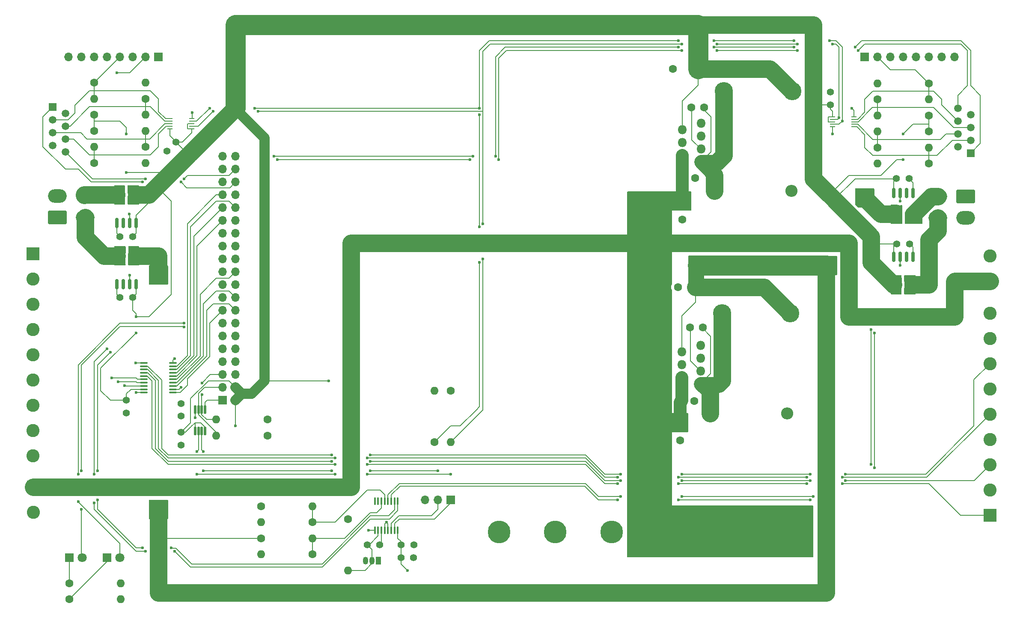
<source format=gbr>
%TF.GenerationSoftware,KiCad,Pcbnew,8.0.4*%
%TF.CreationDate,2024-12-05T04:30:44-06:00*%
%TF.ProjectId,mainpcb,6d61696e-7063-4622-9e6b-696361645f70,rev?*%
%TF.SameCoordinates,Original*%
%TF.FileFunction,Copper,L1,Top*%
%TF.FilePolarity,Positive*%
%FSLAX46Y46*%
G04 Gerber Fmt 4.6, Leading zero omitted, Abs format (unit mm)*
G04 Created by KiCad (PCBNEW 8.0.4) date 2024-12-05 04:30:44*
%MOMM*%
%LPD*%
G01*
G04 APERTURE LIST*
G04 Aperture macros list*
%AMRoundRect*
0 Rectangle with rounded corners*
0 $1 Rounding radius*
0 $2 $3 $4 $5 $6 $7 $8 $9 X,Y pos of 4 corners*
0 Add a 4 corners polygon primitive as box body*
4,1,4,$2,$3,$4,$5,$6,$7,$8,$9,$2,$3,0*
0 Add four circle primitives for the rounded corners*
1,1,$1+$1,$2,$3*
1,1,$1+$1,$4,$5*
1,1,$1+$1,$6,$7*
1,1,$1+$1,$8,$9*
0 Add four rect primitives between the rounded corners*
20,1,$1+$1,$2,$3,$4,$5,0*
20,1,$1+$1,$4,$5,$6,$7,0*
20,1,$1+$1,$6,$7,$8,$9,0*
20,1,$1+$1,$8,$9,$2,$3,0*%
G04 Aperture macros list end*
%TA.AperFunction,ComponentPad*%
%ADD10R,2.600000X2.600000*%
%TD*%
%TA.AperFunction,ComponentPad*%
%ADD11C,2.600000*%
%TD*%
%TA.AperFunction,ComponentPad*%
%ADD12C,1.600000*%
%TD*%
%TA.AperFunction,ComponentPad*%
%ADD13O,1.600000X1.600000*%
%TD*%
%TA.AperFunction,ComponentPad*%
%ADD14R,1.700000X1.700000*%
%TD*%
%TA.AperFunction,ComponentPad*%
%ADD15O,1.700000X1.700000*%
%TD*%
%TA.AperFunction,ComponentPad*%
%ADD16R,1.600000X1.600000*%
%TD*%
%TA.AperFunction,ComponentPad*%
%ADD17R,1.800000X1.800000*%
%TD*%
%TA.AperFunction,ComponentPad*%
%ADD18O,1.800000X1.800000*%
%TD*%
%TA.AperFunction,ComponentPad*%
%ADD19C,1.400000*%
%TD*%
%TA.AperFunction,SMDPad,CuDef*%
%ADD20RoundRect,0.150000X-0.150000X0.825000X-0.150000X-0.825000X0.150000X-0.825000X0.150000X0.825000X0*%
%TD*%
%TA.AperFunction,SMDPad,CuDef*%
%ADD21RoundRect,0.150000X0.150000X-0.825000X0.150000X0.825000X-0.150000X0.825000X-0.150000X-0.825000X0*%
%TD*%
%TA.AperFunction,SMDPad,CuDef*%
%ADD22RoundRect,0.100000X-0.100000X0.637500X-0.100000X-0.637500X0.100000X-0.637500X0.100000X0.637500X0*%
%TD*%
%TA.AperFunction,ComponentPad*%
%ADD23C,4.500000*%
%TD*%
%TA.AperFunction,SMDPad,CuDef*%
%ADD24RoundRect,0.100000X0.637500X0.100000X-0.637500X0.100000X-0.637500X-0.100000X0.637500X-0.100000X0*%
%TD*%
%TA.AperFunction,SMDPad,CuDef*%
%ADD25RoundRect,0.125000X-0.125000X0.687500X-0.125000X-0.687500X0.125000X-0.687500X0.125000X0.687500X0*%
%TD*%
%TA.AperFunction,ComponentPad*%
%ADD26C,3.600000*%
%TD*%
%TA.AperFunction,ComponentPad*%
%ADD27R,2.400000X2.400000*%
%TD*%
%TA.AperFunction,ComponentPad*%
%ADD28O,2.400000X2.400000*%
%TD*%
%TA.AperFunction,ComponentPad*%
%ADD29R,1.500000X1.500000*%
%TD*%
%TA.AperFunction,ComponentPad*%
%ADD30C,1.500000*%
%TD*%
%TA.AperFunction,ComponentPad*%
%ADD31RoundRect,0.250001X-1.599999X1.099999X-1.599999X-1.099999X1.599999X-1.099999X1.599999X1.099999X0*%
%TD*%
%TA.AperFunction,ComponentPad*%
%ADD32O,3.700000X2.700000*%
%TD*%
%TA.AperFunction,ComponentPad*%
%ADD33R,1.050000X1.500000*%
%TD*%
%TA.AperFunction,ComponentPad*%
%ADD34O,1.050000X1.500000*%
%TD*%
%TA.AperFunction,SMDPad,CuDef*%
%ADD35R,1.100000X0.250000*%
%TD*%
%TA.AperFunction,ComponentPad*%
%ADD36RoundRect,0.250001X1.599999X-1.099999X1.599999X1.099999X-1.599999X1.099999X-1.599999X-1.099999X0*%
%TD*%
%TA.AperFunction,ComponentPad*%
%ADD37C,1.800000*%
%TD*%
%TA.AperFunction,ViaPad*%
%ADD38C,0.600000*%
%TD*%
%TA.AperFunction,Conductor*%
%ADD39C,0.200000*%
%TD*%
%TA.AperFunction,Conductor*%
%ADD40C,2.000000*%
%TD*%
%TA.AperFunction,Conductor*%
%ADD41C,4.000000*%
%TD*%
%TA.AperFunction,Conductor*%
%ADD42C,3.500000*%
%TD*%
%TA.AperFunction,Conductor*%
%ADD43C,2.800000*%
%TD*%
%TA.AperFunction,Conductor*%
%ADD44C,2.500000*%
%TD*%
G04 APERTURE END LIST*
D10*
%TO.P,J9,1,Pin_1*%
%TO.N,+24V*%
X55880000Y-127000000D03*
D11*
%TO.P,J9,2,Pin_2*%
%TO.N,GND*%
X55880000Y-132000000D03*
%TD*%
D12*
%TO.P,R17,1*%
%TO.N,+5V*%
X118110000Y-133350000D03*
D13*
%TO.P,R17,2*%
%TO.N,Net-(U10-K)*%
X118110000Y-143510000D03*
%TD*%
D12*
%TO.P,R22,1*%
%TO.N,+3.3V*%
X102235000Y-116840000D03*
D13*
%TO.P,R22,2*%
%TO.N,SDA_3.3*%
X92075000Y-116840000D03*
%TD*%
D12*
%TO.P,R15,1*%
%TO.N,DSCL1-*%
X67945000Y-47043562D03*
D13*
%TO.P,R15,2*%
%TO.N,GND*%
X78105000Y-47043562D03*
%TD*%
D12*
%TO.P,R2,1*%
%TO.N,Net-(D2-K)*%
X62985000Y-149225000D03*
D13*
%TO.P,R2,2*%
%TO.N,GND*%
X73145000Y-149225000D03*
%TD*%
D12*
%TO.P,R7,1*%
%TO.N,DSDA1-*%
X67945000Y-62918562D03*
D13*
%TO.P,R7,2*%
%TO.N,GND*%
X78105000Y-62918562D03*
%TD*%
D14*
%TO.P,J8,1,Pin_1*%
%TO.N,SDA*%
X138430000Y-129540000D03*
D15*
%TO.P,J8,2,Pin_2*%
%TO.N,SCL*%
X135890000Y-129540000D03*
%TO.P,J8,3,Pin_3*%
%TO.N,GND*%
X133350000Y-129540000D03*
%TD*%
D16*
%TO.P,C6,1*%
%TO.N,+24V*%
X184259234Y-70590765D03*
D12*
%TO.P,C6,2*%
%TO.N,GND*%
X184259234Y-74090765D03*
%TD*%
D17*
%TO.P,U3,1,OUT*%
%TO.N,Net-(D3-K)*%
X187912200Y-106585450D03*
D18*
%TO.P,U3,2,VIN*%
%TO.N,+24V*%
X184212200Y-105315450D03*
%TO.P,U3,3,CB*%
%TO.N,Net-(U3-CB)*%
X187912200Y-104045450D03*
%TO.P,U3,4,GND*%
%TO.N,GND*%
X184212200Y-102775450D03*
%TO.P,U3,5*%
%TO.N,N/C*%
X187912200Y-101505450D03*
%TO.P,U3,6,FB*%
%TO.N,+12V*%
X184212200Y-100235450D03*
%TO.P,U3,7,~{ON}/OFF*%
%TO.N,GND*%
X187912200Y-98965450D03*
%TD*%
D19*
%TO.P,C13,1*%
%TO.N,+5V*%
X128660000Y-138430000D03*
%TO.P,C13,2*%
%TO.N,GND*%
X131160000Y-138430000D03*
%TD*%
%TO.P,C9,1*%
%TO.N,+5V*%
X84068884Y-58806116D03*
%TO.P,C9,2*%
%TO.N,GND*%
X82301117Y-60573883D03*
%TD*%
D20*
%TO.P,U7,1,IN+*%
%TO.N,+5V*%
X76200000Y-69813562D03*
%TO.P,U7,2,IN+*%
X74930000Y-69813562D03*
%TO.P,U7,3,IN-*%
%TO.N,Net-(J10-Pin_4)*%
X73660000Y-69813562D03*
%TO.P,U7,4,IN-*%
X72390000Y-69813562D03*
%TO.P,U7,5,GND*%
%TO.N,GND*%
X72390000Y-74763562D03*
%TO.P,U7,6,NC*%
%TO.N,unconnected-(U7-NC-Pad6)*%
X73660000Y-74763562D03*
%TO.P,U7,7,VOUT*%
%TO.N,Net-(U7-VOUT)*%
X74930000Y-74763562D03*
%TO.P,U7,8,VS*%
%TO.N,+5V*%
X76200000Y-74763562D03*
%TD*%
D19*
%TO.P,C24,1*%
%TO.N,+3.3V*%
X85090000Y-110510000D03*
%TO.P,C24,2*%
%TO.N,GND*%
X85090000Y-113010000D03*
%TD*%
D21*
%TO.P,U11,1,IN+*%
%TO.N,+5V*%
X226060000Y-86455000D03*
%TO.P,U11,2,IN+*%
X227330000Y-86455000D03*
%TO.P,U11,3,IN-*%
%TO.N,Net-(J11-Pin_4)*%
X228600000Y-86455000D03*
%TO.P,U11,4,IN-*%
X229870000Y-86455000D03*
%TO.P,U11,5,GND*%
%TO.N,GND*%
X229870000Y-81505000D03*
%TO.P,U11,6,NC*%
%TO.N,unconnected-(U11-NC-Pad6)*%
X228600000Y-81505000D03*
%TO.P,U11,7,VOUT*%
%TO.N,Net-(U11-VOUT)*%
X227330000Y-81505000D03*
%TO.P,U11,8,VS*%
%TO.N,+5V*%
X226060000Y-81505000D03*
%TD*%
D22*
%TO.P,U9,1,CH0*%
%TO.N,Net-(U7-VOUT)*%
X128005000Y-129852500D03*
%TO.P,U9,2,CH1*%
%TO.N,Net-(U8-VOUT)*%
X127355000Y-129852500D03*
%TO.P,U9,3,CH2*%
%TO.N,Net-(U11-VOUT)*%
X126705000Y-129852500D03*
%TO.P,U9,4,CH3*%
%TO.N,Net-(U12-VOUT)*%
X126055000Y-129852500D03*
%TO.P,U9,5,CH4*%
%TO.N,Net-(U9-CH4)*%
X125405000Y-129852500D03*
%TO.P,U9,6,CH5*%
%TO.N,Net-(U9-CH5)*%
X124755000Y-129852500D03*
%TO.P,U9,7,CH6*%
%TO.N,unconnected-(U9-CH6-Pad7)*%
X124105000Y-129852500D03*
%TO.P,U9,8,CH7*%
%TO.N,unconnected-(U9-CH7-Pad8)*%
X123455000Y-129852500D03*
%TO.P,U9,9,GND*%
%TO.N,GND*%
X123455000Y-135577500D03*
%TO.P,U9,10,REF*%
%TO.N,Net-(U10-K)*%
X124105000Y-135577500D03*
%TO.P,U9,11,COM*%
%TO.N,GND*%
X124755000Y-135577500D03*
%TO.P,U9,12,A0*%
X125405000Y-135577500D03*
%TO.P,U9,13,A1*%
X126055000Y-135577500D03*
%TO.P,U9,14,SCL*%
%TO.N,SCL*%
X126705000Y-135577500D03*
%TO.P,U9,15,SDA*%
%TO.N,SDA*%
X127355000Y-135577500D03*
%TO.P,U9,16,VDD*%
%TO.N,+5V*%
X128005000Y-135577500D03*
%TD*%
D19*
%TO.P,C14,1*%
%TO.N,+5V*%
X75545000Y-77470000D03*
%TO.P,C14,2*%
%TO.N,GND*%
X73045000Y-77470000D03*
%TD*%
D12*
%TO.P,C2,1*%
%TO.N,Net-(U3-CB)*%
X185802200Y-95480450D03*
%TO.P,C2,2*%
%TO.N,Net-(D3-K)*%
X188302200Y-95480450D03*
%TD*%
D23*
%TO.P,J5,1*%
%TO.N,+24V*%
X203662000Y-135890000D03*
%TO.P,J5,2*%
X192536800Y-135890000D03*
%TO.P,J5,3*%
X181411600Y-135890000D03*
%TO.P,J5,4*%
%TO.N,GND*%
X170286400Y-135890000D03*
%TO.P,J5,5*%
X159161200Y-135890000D03*
%TO.P,J5,6*%
X148036000Y-135890000D03*
%TD*%
D16*
%TO.P,C5,1*%
%TO.N,+12V*%
X186882200Y-87480450D03*
D12*
%TO.P,C5,2*%
%TO.N,GND*%
X183382200Y-87480450D03*
%TD*%
%TO.P,R9,1*%
%TO.N,+5V*%
X138430000Y-107950000D03*
D13*
%TO.P,R9,2*%
%TO.N,SDA*%
X138430000Y-118110000D03*
%TD*%
D19*
%TO.P,C15,1*%
%TO.N,+5V*%
X75545000Y-89535000D03*
%TO.P,C15,2*%
%TO.N,GND*%
X73045000Y-89535000D03*
%TD*%
D12*
%TO.P,R21,1*%
%TO.N,Net-(U9-CH4)*%
X111125000Y-133985000D03*
D13*
%TO.P,R21,2*%
%TO.N,GND*%
X100965000Y-133985000D03*
%TD*%
D14*
%TO.P,J6,1,Pin_1*%
%TO.N,DSDA1+*%
X80645000Y-41910000D03*
D15*
%TO.P,J6,2,Pin_2*%
%TO.N,DSDA1-*%
X78105000Y-41910000D03*
%TO.P,J6,3,Pin_3*%
%TO.N,DSCL1+*%
X75565000Y-41910000D03*
%TO.P,J6,4,Pin_4*%
%TO.N,DSCL1-*%
X73025000Y-41910000D03*
%TO.P,J6,5,Pin_5*%
%TO.N,GND*%
X70485000Y-41910000D03*
%TO.P,J6,6,Pin_6*%
X67945000Y-41910000D03*
%TO.P,J6,7,Pin_7*%
X65405000Y-41910000D03*
%TO.P,J6,8,Pin_8*%
X62865000Y-41910000D03*
%TD*%
D12*
%TO.P,R8,1*%
%TO.N,DSDA2-*%
X233065000Y-47152500D03*
D13*
%TO.P,R8,2*%
%TO.N,GND*%
X222905000Y-47152500D03*
%TD*%
D12*
%TO.P,R13,1*%
%TO.N,DSCL1+*%
X78105000Y-50218562D03*
D13*
%TO.P,R13,2*%
%TO.N,DSCL1-*%
X67945000Y-50218562D03*
%TD*%
D19*
%TO.P,C11,1*%
%TO.N,Net-(U10-K)*%
X121940000Y-138430000D03*
%TO.P,C11,2*%
%TO.N,GND*%
X124440000Y-138430000D03*
%TD*%
D12*
%TO.P,C8,1*%
%TO.N,+24V*%
X184279234Y-65893416D03*
%TO.P,C8,2*%
%TO.N,GND*%
X186779234Y-65893416D03*
%TD*%
D24*
%TO.P,U2,1,A1*%
%TO.N,PUL1+*%
X83507500Y-108335000D03*
%TO.P,U2,2,V_{CCA}*%
%TO.N,+3.3V*%
X83507500Y-107685000D03*
%TO.P,U2,3,A2*%
%TO.N,DIR1+*%
X83507500Y-107035000D03*
%TO.P,U2,4,A3*%
%TO.N,ENA1+*%
X83507500Y-106385000D03*
%TO.P,U2,5,A4*%
%TO.N,ALARM1+*%
X83507500Y-105735000D03*
%TO.P,U2,6,A5*%
%TO.N,PUL2+*%
X83507500Y-105085000D03*
%TO.P,U2,7,A6*%
%TO.N,DIR2+*%
X83507500Y-104435000D03*
%TO.P,U2,8,A7*%
%TO.N,ENA2+*%
X83507500Y-103785000D03*
%TO.P,U2,9,A8*%
%TO.N,ALARM2+*%
X83507500Y-103135000D03*
%TO.P,U2,10,OE*%
%TO.N,+3.3V*%
X83507500Y-102485000D03*
%TO.P,U2,11,GND*%
%TO.N,GND*%
X77782500Y-102485000D03*
%TO.P,U2,12,B8*%
%TO.N,Net-(J13-Pin_7)*%
X77782500Y-103135000D03*
%TO.P,U2,13,B7*%
%TO.N,Net-(J13-Pin_5)*%
X77782500Y-103785000D03*
%TO.P,U2,14,B6*%
%TO.N,Net-(J13-Pin_3)*%
X77782500Y-104435000D03*
%TO.P,U2,15,B5*%
%TO.N,Net-(J13-Pin_1)*%
X77782500Y-105085000D03*
%TO.P,U2,16,B4*%
%TO.N,Net-(J4-Pin_7)*%
X77782500Y-105735000D03*
%TO.P,U2,17,B3*%
%TO.N,Net-(J4-Pin_5)*%
X77782500Y-106385000D03*
%TO.P,U2,18,B2*%
%TO.N,Net-(J4-Pin_3)*%
X77782500Y-107035000D03*
%TO.P,U2,19,V_{CCB}*%
%TO.N,+5V*%
X77782500Y-107685000D03*
%TO.P,U2,20,B1*%
%TO.N,Net-(J4-Pin_1)*%
X77782500Y-108335000D03*
%TD*%
D25*
%TO.P,U1,1,VCCA*%
%TO.N,+3.3V*%
X89875000Y-111679500D03*
%TO.P,U1,2,SCLA*%
%TO.N,SCL_3.3*%
X89225000Y-111679500D03*
%TO.P,U1,3,SDAA*%
%TO.N,SDA_3.3*%
X88575000Y-111679500D03*
%TO.P,U1,4,GND*%
%TO.N,GND*%
X87925000Y-111679500D03*
%TO.P,U1,5,EN*%
%TO.N,+5V*%
X87925000Y-115904500D03*
%TO.P,U1,6,SDAB*%
%TO.N,SDA*%
X88575000Y-115904500D03*
%TO.P,U1,7,SCLB*%
%TO.N,SCL*%
X89225000Y-115904500D03*
%TO.P,U1,8,VCCB*%
%TO.N,+5V*%
X89875000Y-115904500D03*
%TD*%
D19*
%TO.P,C10,1*%
%TO.N,+5V*%
X213566116Y-51398349D03*
%TO.P,C10,2*%
%TO.N,GND*%
X213566116Y-48898349D03*
%TD*%
D12*
%TO.P,R3,1*%
%TO.N,+5V*%
X67945000Y-56568562D03*
D13*
%TO.P,R3,2*%
%TO.N,DSDA1+*%
X78105000Y-56568562D03*
%TD*%
D10*
%TO.P,J15,1,Pin_1*%
%TO.N,+24V*%
X245110000Y-86280000D03*
D11*
%TO.P,J15,2,Pin_2*%
%TO.N,GND*%
X245110000Y-81280000D03*
%TD*%
D26*
%TO.P,L1,1,1*%
%TO.N,Net-(D3-K)*%
X192112200Y-92615450D03*
%TO.P,L1,2,2*%
%TO.N,+12V*%
X205612200Y-92615450D03*
%TD*%
D12*
%TO.P,R5,1*%
%TO.N,DSDA1+*%
X78105000Y-59743562D03*
D13*
%TO.P,R5,2*%
%TO.N,DSDA1-*%
X67945000Y-59743562D03*
%TD*%
D17*
%TO.P,U4,1,OUT*%
%TO.N,Net-(D4-K)*%
X187959234Y-62718416D03*
D18*
%TO.P,U4,2,VIN*%
%TO.N,+24V*%
X184259234Y-61448416D03*
%TO.P,U4,3,CB*%
%TO.N,Net-(U4-CB)*%
X187959234Y-60178416D03*
%TO.P,U4,4,GND*%
%TO.N,GND*%
X184259234Y-58908416D03*
%TO.P,U4,5*%
%TO.N,N/C*%
X187959234Y-57638416D03*
%TO.P,U4,6,FB*%
%TO.N,+5V*%
X184259234Y-56368416D03*
%TO.P,U4,7,~{ON}/OFF*%
%TO.N,GND*%
X187959234Y-55098416D03*
%TD*%
D21*
%TO.P,U12,1,IN+*%
%TO.N,+12V*%
X226080000Y-73772500D03*
%TO.P,U12,2,IN+*%
X227350000Y-73772500D03*
%TO.P,U12,3,IN-*%
%TO.N,Net-(J11-Pin_3)*%
X228620000Y-73772500D03*
%TO.P,U12,4,IN-*%
X229890000Y-73772500D03*
%TO.P,U12,5,GND*%
%TO.N,GND*%
X229890000Y-68822500D03*
%TO.P,U12,6,NC*%
%TO.N,unconnected-(U12-NC-Pad6)*%
X228620000Y-68822500D03*
%TO.P,U12,7,VOUT*%
%TO.N,Net-(U12-VOUT)*%
X227350000Y-68822500D03*
%TO.P,U12,8,VS*%
%TO.N,+5V*%
X226080000Y-68822500D03*
%TD*%
D12*
%TO.P,R11,1*%
%TO.N,+5V*%
X67945000Y-53393562D03*
D13*
%TO.P,R11,2*%
%TO.N,DSCL1+*%
X78105000Y-53393562D03*
%TD*%
D26*
%TO.P,L2,1,1*%
%TO.N,Net-(D4-K)*%
X192514234Y-48748416D03*
%TO.P,L2,2,2*%
%TO.N,+5V*%
X206014234Y-48748416D03*
%TD*%
D12*
%TO.P,C7,1*%
%TO.N,Net-(U4-CB)*%
X186055000Y-51923416D03*
%TO.P,C7,2*%
%TO.N,Net-(D4-K)*%
X188555000Y-51923416D03*
%TD*%
%TO.P,R23,1*%
%TO.N,+3.3V*%
X102235000Y-113665000D03*
D13*
%TO.P,R23,2*%
%TO.N,SCL_3.3*%
X92075000Y-113665000D03*
%TD*%
D12*
%TO.P,C18,1*%
%TO.N,+5V*%
X187394234Y-44303416D03*
%TO.P,C18,2*%
%TO.N,GND*%
X182394234Y-44303416D03*
%TD*%
D14*
%TO.P,J7,1,Pin_1*%
%TO.N,DSDA2+*%
X220345000Y-41910000D03*
D15*
%TO.P,J7,2,Pin_2*%
%TO.N,DSDA2-*%
X222885000Y-41910000D03*
%TO.P,J7,3,Pin_3*%
%TO.N,DSCL2+*%
X225425000Y-41910000D03*
%TO.P,J7,4,Pin_4*%
%TO.N,DSCL2-*%
X227965000Y-41910000D03*
%TO.P,J7,5,Pin_5*%
%TO.N,GND*%
X230505000Y-41910000D03*
%TO.P,J7,6,Pin_6*%
X233045000Y-41910000D03*
%TO.P,J7,7,Pin_7*%
X235585000Y-41910000D03*
%TO.P,J7,8,Pin_8*%
X238125000Y-41910000D03*
%TD*%
D19*
%TO.P,C23,1*%
%TO.N,+5V*%
X74295000Y-109855000D03*
%TO.P,C23,2*%
%TO.N,GND*%
X74295000Y-112355000D03*
%TD*%
D27*
%TO.P,D3,1,K*%
%TO.N,Net-(D3-K)*%
X189762200Y-112480450D03*
D28*
%TO.P,D3,2,A*%
%TO.N,GND*%
X205002200Y-112480450D03*
%TD*%
D29*
%TO.P,J2,1*%
%TO.N,LIMIT_SW_LL*%
X59710000Y-51831062D03*
D30*
%TO.P,J2,2*%
%TO.N,GND*%
X62250000Y-53101062D03*
%TO.P,J2,3*%
%TO.N,DSCL1-*%
X59710000Y-54371062D03*
%TO.P,J2,4*%
%TO.N,DSCL1+*%
X62250000Y-55641062D03*
%TO.P,J2,5*%
%TO.N,DSDA1+*%
X59710000Y-56911062D03*
%TO.P,J2,6*%
%TO.N,DSDA1-*%
X62250000Y-58181062D03*
%TO.P,J2,7*%
%TO.N,GND*%
X59710000Y-59451062D03*
%TO.P,J2,8*%
%TO.N,LIMIT_SW_LR*%
X62250000Y-60721062D03*
%TD*%
D14*
%TO.P,J1,1,3V3*%
%TO.N,+3.3V*%
X93345000Y-109840000D03*
D15*
%TO.P,J1,2,5V*%
%TO.N,+5V*%
X95885000Y-109840000D03*
%TO.P,J1,3,SDA/GPIO2*%
%TO.N,SDA_3.3*%
X93345000Y-107300000D03*
%TO.P,J1,4,5V*%
%TO.N,+5V*%
X95885000Y-107300000D03*
%TO.P,J1,5,SCL/GPIO3*%
%TO.N,SCL_3.3*%
X93345000Y-104760000D03*
%TO.P,J1,6,GND*%
%TO.N,GND*%
X95885000Y-104760000D03*
%TO.P,J1,7,GCLK0/GPIO4*%
%TO.N,unconnected-(J1-GCLK0{slash}GPIO4-Pad7)*%
X93345000Y-102220000D03*
%TO.P,J1,8,GPIO14/TXD*%
%TO.N,unconnected-(J1-GPIO14{slash}TXD-Pad8)*%
X95885000Y-102220000D03*
%TO.P,J1,9,GND*%
%TO.N,GND*%
X93345000Y-99680000D03*
%TO.P,J1,10,GPIO15/RXD*%
%TO.N,unconnected-(J1-GPIO15{slash}RXD-Pad10)*%
X95885000Y-99680000D03*
%TO.P,J1,11,GPIO17*%
%TO.N,LED1*%
X93345000Y-97140000D03*
%TO.P,J1,12,GPIO18/PWM0*%
%TO.N,unconnected-(J1-GPIO18{slash}PWM0-Pad12)*%
X95885000Y-97140000D03*
%TO.P,J1,13,GPIO27*%
%TO.N,LED2*%
X93345000Y-94600000D03*
%TO.P,J1,14,GND*%
%TO.N,GND*%
X95885000Y-94600000D03*
%TO.P,J1,15,GPIO22*%
%TO.N,PUL1+*%
X93345000Y-92060000D03*
%TO.P,J1,16,GPIO23*%
%TO.N,DIR1+*%
X95885000Y-92060000D03*
%TO.P,J1,17,3V3*%
%TO.N,+3.3V*%
X93345000Y-89520000D03*
%TO.P,J1,18,GPIO24*%
%TO.N,ENA1+*%
X95885000Y-89520000D03*
%TO.P,J1,19,MOSI0/GPIO10*%
%TO.N,unconnected-(J1-MOSI0{slash}GPIO10-Pad19)*%
X93345000Y-86980000D03*
%TO.P,J1,20,GND*%
%TO.N,GND*%
X95885000Y-86980000D03*
%TO.P,J1,21,MISO0/GPIO9*%
%TO.N,unconnected-(J1-MISO0{slash}GPIO9-Pad21)*%
X93345000Y-84440000D03*
%TO.P,J1,22,GPIO25*%
%TO.N,ALARM1+*%
X95885000Y-84440000D03*
%TO.P,J1,23,SCLK0/GPIO11*%
%TO.N,unconnected-(J1-SCLK0{slash}GPIO11-Pad23)*%
X93345000Y-81900000D03*
%TO.P,J1,24,~{CE0}/GPIO8*%
%TO.N,unconnected-(J1-~{CE0}{slash}GPIO8-Pad24)*%
X95885000Y-81900000D03*
%TO.P,J1,25,GND*%
%TO.N,GND*%
X93345000Y-79360000D03*
%TO.P,J1,26,~{CE1}/GPIO7*%
%TO.N,unconnected-(J1-~{CE1}{slash}GPIO7-Pad26)*%
X95885000Y-79360000D03*
%TO.P,J1,27,ID_SD/GPIO0*%
%TO.N,unconnected-(J1-ID_SD{slash}GPIO0-Pad27)*%
X93345000Y-76820000D03*
%TO.P,J1,28,ID_SC/GPIO1*%
%TO.N,unconnected-(J1-ID_SC{slash}GPIO1-Pad28)*%
X95885000Y-76820000D03*
%TO.P,J1,29,GCLK1/GPIO5*%
%TO.N,PUL2+*%
X93345000Y-74280000D03*
%TO.P,J1,30,GND*%
%TO.N,GND*%
X95885000Y-74280000D03*
%TO.P,J1,31,GCLK2/GPIO6*%
%TO.N,DIR2+*%
X93345000Y-71740000D03*
%TO.P,J1,32,PWM0/GPIO12*%
%TO.N,ENA2+*%
X95885000Y-71740000D03*
%TO.P,J1,33,PWM1/GPIO13*%
%TO.N,ALARM2+*%
X93345000Y-69200000D03*
%TO.P,J1,34,GND*%
%TO.N,GND*%
X95885000Y-69200000D03*
%TO.P,J1,35,GPIO19/MISO1*%
%TO.N,unconnected-(J1-GPIO19{slash}MISO1-Pad35)*%
X93345000Y-66660000D03*
%TO.P,J1,36,GPIO16*%
%TO.N,LIMIT_SW_LL*%
X95885000Y-66660000D03*
%TO.P,J1,37,GPIO26*%
%TO.N,LIMIT_SW_RR*%
X93345000Y-64120000D03*
%TO.P,J1,38,GPIO20/MOSI1*%
%TO.N,LIMIT_SW_LR*%
X95885000Y-64120000D03*
%TO.P,J1,39,GND*%
%TO.N,GND*%
X93345000Y-61580000D03*
%TO.P,J1,40,GPIO21/SCLK1*%
%TO.N,LIMIT_SW_RL*%
X95885000Y-61580000D03*
%TD*%
D16*
%TO.P,C3,1*%
%TO.N,+24V*%
X183882200Y-114327799D03*
D12*
%TO.P,C3,2*%
%TO.N,GND*%
X183882200Y-117827799D03*
%TD*%
%TO.P,R4,1*%
%TO.N,+5V*%
X233065000Y-53502500D03*
D13*
%TO.P,R4,2*%
%TO.N,DSDA2+*%
X222905000Y-53502500D03*
%TD*%
D31*
%TO.P,J11,1,Pin_1*%
%TO.N,GND*%
X240350000Y-69577500D03*
D32*
%TO.P,J11,2,Pin_2*%
X240350000Y-73777500D03*
%TO.P,J11,3,Pin_3*%
%TO.N,Net-(J11-Pin_3)*%
X234850000Y-69577500D03*
%TO.P,J11,4,Pin_4*%
%TO.N,Net-(J11-Pin_4)*%
X234850000Y-73777500D03*
%TD*%
D33*
%TO.P,U10,1,NC*%
%TO.N,unconnected-(U10-NC-Pad1)*%
X124195000Y-141605000D03*
D34*
%TO.P,U10,2,K*%
%TO.N,Net-(U10-K)*%
X122925000Y-141605000D03*
%TO.P,U10,3,A*%
%TO.N,GND*%
X121655000Y-141605000D03*
%TD*%
D12*
%TO.P,R19,1*%
%TO.N,+5V*%
X100965000Y-130810000D03*
D13*
%TO.P,R19,2*%
%TO.N,Net-(U9-CH4)*%
X111125000Y-130810000D03*
%TD*%
D35*
%TO.P,U6,1,V_{DD(A)}*%
%TO.N,+5V*%
X213951740Y-53772500D03*
%TO.P,U6,2,SDA*%
%TO.N,SDA*%
X213951740Y-54272500D03*
%TO.P,U6,3,EN*%
%TO.N,+5V*%
X213951740Y-54772500D03*
%TO.P,U6,4,SCL*%
%TO.N,SCL*%
X213951740Y-55272500D03*
%TO.P,U6,5,V_{SS}*%
%TO.N,GND*%
X213951740Y-55772500D03*
%TO.P,U6,6,DSCLM*%
%TO.N,DSCL2-*%
X218251740Y-55772500D03*
%TO.P,U6,7,DSCLP*%
%TO.N,DSCL2+*%
X218251740Y-55272500D03*
%TO.P,U6,8,DSDAP*%
%TO.N,DSDA2+*%
X218251740Y-54772500D03*
%TO.P,U6,9,DSDAM*%
%TO.N,DSDA2-*%
X218251740Y-54272500D03*
%TO.P,U6,10,V_{DD(B)}*%
%TO.N,+5V*%
X218251740Y-53772500D03*
%TD*%
D12*
%TO.P,R1,1*%
%TO.N,Net-(D1-K)*%
X62985000Y-146050000D03*
D13*
%TO.P,R1,2*%
%TO.N,GND*%
X73145000Y-146050000D03*
%TD*%
D36*
%TO.P,J10,1,Pin_1*%
%TO.N,GND*%
X60660000Y-73651062D03*
D32*
%TO.P,J10,2,Pin_2*%
X60660000Y-69451062D03*
%TO.P,J10,3,Pin_3*%
%TO.N,Net-(J10-Pin_3)*%
X66160000Y-73651062D03*
%TO.P,J10,4,Pin_4*%
%TO.N,Net-(J10-Pin_4)*%
X66160000Y-69451062D03*
%TD*%
D10*
%TO.P,J4,1,Pin_1*%
%TO.N,Net-(J4-Pin_1)*%
X55870000Y-80850000D03*
D11*
%TO.P,J4,2,Pin_2*%
%TO.N,GND*%
X55870000Y-85850000D03*
%TO.P,J4,3,Pin_3*%
%TO.N,Net-(J4-Pin_3)*%
X55870000Y-90850000D03*
%TO.P,J4,4,Pin_4*%
%TO.N,GND*%
X55870000Y-95850000D03*
%TO.P,J4,5,Pin_5*%
%TO.N,Net-(J4-Pin_5)*%
X55870000Y-100850000D03*
%TO.P,J4,6,Pin_6*%
%TO.N,GND*%
X55870000Y-105850000D03*
%TO.P,J4,7,Pin_7*%
%TO.N,Net-(J4-Pin_7)*%
X55870000Y-110850000D03*
%TO.P,J4,8,Pin_8*%
%TO.N,GND*%
X55870000Y-115850000D03*
%TO.P,J4,9,Pin_9*%
X55870000Y-120850000D03*
%TD*%
D29*
%TO.P,J3,1*%
%TO.N,LIMIT_SW_RL*%
X241300000Y-60960000D03*
D30*
%TO.P,J3,2*%
%TO.N,GND*%
X238760000Y-59690000D03*
%TO.P,J3,3*%
%TO.N,DSCL2-*%
X241300000Y-58420000D03*
%TO.P,J3,4*%
%TO.N,DSCL2+*%
X238760000Y-57150000D03*
%TO.P,J3,5*%
%TO.N,DSDA2+*%
X241300000Y-55880000D03*
%TO.P,J3,6*%
%TO.N,DSDA2-*%
X238760000Y-54610000D03*
%TO.P,J3,7*%
%TO.N,GND*%
X241300000Y-53340000D03*
%TO.P,J3,8*%
%TO.N,LIMIT_SW_RR*%
X238760000Y-52070000D03*
%TD*%
D20*
%TO.P,U8,1,IN+*%
%TO.N,+12V*%
X76200000Y-81980000D03*
%TO.P,U8,2,IN+*%
X74930000Y-81980000D03*
%TO.P,U8,3,IN-*%
%TO.N,Net-(J10-Pin_3)*%
X73660000Y-81980000D03*
%TO.P,U8,4,IN-*%
X72390000Y-81980000D03*
%TO.P,U8,5,GND*%
%TO.N,GND*%
X72390000Y-86930000D03*
%TO.P,U8,6,NC*%
%TO.N,unconnected-(U8-NC-Pad6)*%
X73660000Y-86930000D03*
%TO.P,U8,7,VOUT*%
%TO.N,Net-(U8-VOUT)*%
X74930000Y-86930000D03*
%TO.P,U8,8,VS*%
%TO.N,+5V*%
X76200000Y-86930000D03*
%TD*%
D17*
%TO.P,D1,1,K*%
%TO.N,Net-(D1-K)*%
X62985000Y-140970000D03*
D37*
%TO.P,D1,2,A*%
%TO.N,LED1*%
X65525000Y-140970000D03*
%TD*%
D27*
%TO.P,D4,1,K*%
%TO.N,Net-(D4-K)*%
X190609234Y-68433416D03*
D28*
%TO.P,D4,2,A*%
%TO.N,GND*%
X205849234Y-68433416D03*
%TD*%
D12*
%TO.P,R16,1*%
%TO.N,DSCL2-*%
X233065000Y-63027500D03*
D13*
%TO.P,R16,2*%
%TO.N,GND*%
X222905000Y-63027500D03*
%TD*%
D12*
%TO.P,R6,1*%
%TO.N,DSDA2+*%
X222905000Y-50327500D03*
D13*
%TO.P,R6,2*%
%TO.N,DSDA2-*%
X233065000Y-50327500D03*
%TD*%
D12*
%TO.P,R20,1*%
%TO.N,Net-(U9-CH5)*%
X111125000Y-140335000D03*
D13*
%TO.P,R20,2*%
%TO.N,GND*%
X100965000Y-140335000D03*
%TD*%
D12*
%TO.P,R10,1*%
%TO.N,SCL*%
X135255000Y-118110000D03*
D13*
%TO.P,R10,2*%
%TO.N,+5V*%
X135255000Y-107950000D03*
%TD*%
D12*
%TO.P,C4,1*%
%TO.N,+24V*%
X184132200Y-109980450D03*
%TO.P,C4,2*%
%TO.N,GND*%
X186632200Y-109980450D03*
%TD*%
%TO.P,R12,1*%
%TO.N,+5V*%
X233065000Y-56677500D03*
D13*
%TO.P,R12,2*%
%TO.N,DSCL2+*%
X222905000Y-56677500D03*
%TD*%
D19*
%TO.P,C12,1*%
%TO.N,+5V*%
X128640000Y-140970000D03*
%TO.P,C12,2*%
%TO.N,GND*%
X131140000Y-140970000D03*
%TD*%
%TO.P,C17,1*%
%TO.N,+5V*%
X226604000Y-66012500D03*
%TO.P,C17,2*%
%TO.N,GND*%
X229104000Y-66012500D03*
%TD*%
D12*
%TO.P,R14,1*%
%TO.N,DSCL2+*%
X222905000Y-59852500D03*
D13*
%TO.P,R14,2*%
%TO.N,DSCL2-*%
X233065000Y-59852500D03*
%TD*%
D12*
%TO.P,R18,1*%
%TO.N,+12V*%
X100965000Y-137160000D03*
D13*
%TO.P,R18,2*%
%TO.N,Net-(U9-CH5)*%
X111125000Y-137160000D03*
%TD*%
D19*
%TO.P,C1,1*%
%TO.N,+5V*%
X85090000Y-116225000D03*
%TO.P,C1,2*%
%TO.N,GND*%
X85090000Y-118725000D03*
%TD*%
D10*
%TO.P,J13,1,Pin_1*%
%TO.N,Net-(J13-Pin_1)*%
X245110000Y-132630000D03*
D11*
%TO.P,J13,2,Pin_2*%
%TO.N,GND*%
X245110000Y-127630000D03*
%TO.P,J13,3,Pin_3*%
%TO.N,Net-(J13-Pin_3)*%
X245110000Y-122630000D03*
%TO.P,J13,4,Pin_4*%
%TO.N,GND*%
X245110000Y-117630000D03*
%TO.P,J13,5,Pin_5*%
%TO.N,Net-(J13-Pin_5)*%
X245110000Y-112630000D03*
%TO.P,J13,6,Pin_6*%
%TO.N,GND*%
X245110000Y-107630000D03*
%TO.P,J13,7,Pin_7*%
%TO.N,Net-(J13-Pin_7)*%
X245110000Y-102630000D03*
%TO.P,J13,8,Pin_8*%
%TO.N,GND*%
X245110000Y-97630000D03*
%TO.P,J13,9,Pin_9*%
X245110000Y-92630000D03*
%TD*%
D35*
%TO.P,U5,1,V_{DD(A)}*%
%TO.N,+5V*%
X87240000Y-56163562D03*
%TO.P,U5,2,SDA*%
%TO.N,SDA*%
X87240000Y-55663562D03*
%TO.P,U5,3,EN*%
%TO.N,+5V*%
X87240000Y-55163562D03*
%TO.P,U5,4,SCL*%
%TO.N,SCL*%
X87240000Y-54663562D03*
%TO.P,U5,5,V_{SS}*%
%TO.N,GND*%
X87240000Y-54163562D03*
%TO.P,U5,6,DSCLM*%
%TO.N,DSCL1-*%
X82940000Y-54163562D03*
%TO.P,U5,7,DSCLP*%
%TO.N,DSCL1+*%
X82940000Y-54663562D03*
%TO.P,U5,8,DSDAP*%
%TO.N,DSDA1+*%
X82940000Y-55163562D03*
%TO.P,U5,9,DSDAM*%
%TO.N,DSDA1-*%
X82940000Y-55663562D03*
%TO.P,U5,10,V_{DD(B)}*%
%TO.N,+5V*%
X82940000Y-56163562D03*
%TD*%
D17*
%TO.P,D2,1,K*%
%TO.N,Net-(D2-K)*%
X70485000Y-140970000D03*
D37*
%TO.P,D2,2,A*%
%TO.N,LED2*%
X73025000Y-140970000D03*
%TD*%
D19*
%TO.P,C16,1*%
%TO.N,+5V*%
X226715000Y-78900000D03*
%TO.P,C16,2*%
%TO.N,GND*%
X229215000Y-78900000D03*
%TD*%
D38*
%TO.N,+5V*%
X76200000Y-96520000D03*
X114300000Y-106045000D03*
X217805000Y-52070000D03*
X74295000Y-57150000D03*
X129916586Y-143510000D03*
X74295000Y-64770000D03*
X95885000Y-114935000D03*
X227965000Y-62230000D03*
X76200000Y-93345000D03*
X227965000Y-57150000D03*
%TO.N,+12V*%
X80645000Y-83820000D03*
X81280000Y-132080000D03*
X212725000Y-81915000D03*
X79375000Y-86360000D03*
X81915000Y-86360000D03*
X80645000Y-86360000D03*
X219075000Y-71120000D03*
X81280000Y-84455000D03*
X81915000Y-85090000D03*
X212090000Y-82550000D03*
X79375000Y-83820000D03*
X81915000Y-131445000D03*
X79375000Y-130175000D03*
X221615000Y-71120000D03*
X79375000Y-85090000D03*
X81280000Y-130810000D03*
X221615000Y-68580000D03*
X220345000Y-69850000D03*
X81915000Y-130175000D03*
X213995000Y-84455000D03*
X213360000Y-82550000D03*
X220980000Y-69215000D03*
X220980000Y-70485000D03*
X81280000Y-85725000D03*
X80645000Y-85090000D03*
X219075000Y-68580000D03*
X80010000Y-132080000D03*
X211455000Y-84455000D03*
X80010000Y-84455000D03*
X81915000Y-132715000D03*
X213360000Y-83820000D03*
X211455000Y-81915000D03*
X219075000Y-69850000D03*
X212725000Y-83185000D03*
X219710000Y-70485000D03*
X211455000Y-83185000D03*
X221615000Y-69850000D03*
X213995000Y-83185000D03*
X212090000Y-83820000D03*
X213995000Y-81915000D03*
X220345000Y-68580000D03*
X80010000Y-85725000D03*
X219710000Y-69215000D03*
X80645000Y-131445000D03*
X220345000Y-71120000D03*
X81915000Y-83820000D03*
X79375000Y-132715000D03*
X80645000Y-130175000D03*
X79375000Y-131445000D03*
X80645000Y-132715000D03*
X212725000Y-84455000D03*
X80010000Y-130810000D03*
%TO.N,+3.3V*%
X83820000Y-101600000D03*
X85090000Y-107315000D03*
%TO.N,LED1*%
X65405000Y-123825000D03*
X65405000Y-131445000D03*
X85725000Y-95400003D03*
%TO.N,LED2*%
X85725000Y-94600000D03*
X64770000Y-124460000D03*
X64770000Y-129932193D03*
%TO.N,SCL_3.3*%
X89238306Y-108714224D03*
X89236082Y-106436525D03*
%TO.N,LIMIT_SW_LL*%
X77470000Y-66675000D03*
X85090000Y-66675000D03*
%TO.N,LIMIT_SW_LR*%
X78105000Y-66040000D03*
X85725000Y-66040000D03*
%TO.N,DSDA1-*%
X72390000Y-45085000D03*
%TO.N,LIMIT_SW_RR*%
X191135000Y-40640000D03*
X219075000Y-40640000D03*
X207010000Y-40640000D03*
X104140000Y-62230000D03*
X142240000Y-62230000D03*
X184150000Y-40640000D03*
X147955000Y-62230000D03*
%TO.N,LIMIT_SW_RL*%
X218440000Y-40005000D03*
X183515000Y-40005000D03*
X142875000Y-61595000D03*
X147320000Y-61595000D03*
X103505000Y-61595000D03*
X190500000Y-40005000D03*
X206375000Y-40005000D03*
%TO.N,Net-(J4-Pin_1)*%
X76200000Y-108315078D03*
%TO.N,Net-(J4-Pin_5)*%
X72644000Y-106172000D03*
%TO.N,Net-(J4-Pin_7)*%
X71374000Y-105410000D03*
%TO.N,Net-(J4-Pin_3)*%
X73914000Y-106934000D03*
%TO.N,SDA*%
X121920000Y-124460000D03*
X215265000Y-53975000D03*
X138430000Y-124460000D03*
X88265000Y-120015000D03*
X191135000Y-39370000D03*
X91440000Y-52705000D03*
X88265000Y-124460000D03*
X115570000Y-124460000D03*
X207010000Y-39370000D03*
X184150000Y-39370000D03*
X144780000Y-74930000D03*
X213995000Y-39370000D03*
X144780000Y-81915000D03*
X100330000Y-52705000D03*
%TO.N,SCL*%
X144145000Y-53340000D03*
X89535000Y-123825000D03*
X144145000Y-75565000D03*
X183515000Y-38735000D03*
X99695000Y-52070000D03*
X213360000Y-38735000D03*
X206375000Y-38735000D03*
X144145000Y-52070000D03*
X144145000Y-82550000D03*
X114935000Y-123825000D03*
X89535000Y-120015000D03*
X135890000Y-123825000D03*
X215900000Y-54610000D03*
X190500000Y-38735000D03*
X90805000Y-52070000D03*
X122555000Y-123825000D03*
%TO.N,Net-(J13-Pin_1)*%
X171450000Y-126365000D03*
X115570000Y-122555000D03*
X215900000Y-126365000D03*
X121920000Y-122555000D03*
X208915000Y-126365000D03*
X183515000Y-126365000D03*
%TO.N,Net-(J13-Pin_5)*%
X121920000Y-121285000D03*
X183515000Y-125095000D03*
X115570000Y-121285000D03*
X171450000Y-125095000D03*
X215900000Y-125095000D03*
X208915000Y-125095000D03*
%TO.N,Net-(J13-Pin_7)*%
X216535000Y-124460000D03*
X209550000Y-124460000D03*
X172085000Y-124460000D03*
X184150000Y-124460000D03*
X122555000Y-120650000D03*
X114935000Y-120650000D03*
%TO.N,Net-(J13-Pin_3)*%
X122555000Y-121920000D03*
X184150000Y-125730000D03*
X216535000Y-125730000D03*
X114935000Y-121920000D03*
X172085000Y-125730000D03*
X209550000Y-125730000D03*
%TO.N,Net-(U12-VOUT)*%
X221615000Y-95885000D03*
X184150000Y-128905000D03*
X227330000Y-70485000D03*
X210185000Y-128905000D03*
X172085000Y-128905000D03*
X221615000Y-122555000D03*
%TO.N,Net-(U11-VOUT)*%
X222250000Y-123190000D03*
X222250000Y-96520000D03*
X171450000Y-129540000D03*
X209550000Y-129540000D03*
X227330000Y-83185000D03*
X183515000Y-129540000D03*
%TO.N,Net-(U7-VOUT)*%
X78105000Y-139700000D03*
X67945000Y-124460000D03*
X74909210Y-73025000D03*
X70485000Y-99695000D03*
X83820000Y-139700000D03*
X67945000Y-130175000D03*
%TO.N,Net-(U8-VOUT)*%
X83185000Y-139065000D03*
X77470000Y-139065000D03*
X71120000Y-100330000D03*
X74930000Y-85090000D03*
X68580000Y-129540000D03*
X68580000Y-123825000D03*
%TO.N,GND*%
X87925513Y-113316462D03*
X122232500Y-135577500D03*
X213995000Y-57150000D03*
X87312174Y-52986936D03*
X76181657Y-102498071D03*
X125730000Y-133985000D03*
%TD*%
D39*
%TO.N,+5V*%
X87925000Y-114300000D02*
X87100049Y-115124951D01*
D40*
X95885000Y-52240032D02*
X95885000Y-52070000D01*
D39*
X233065000Y-55245000D02*
X233065000Y-56677500D01*
X74295000Y-64770000D02*
X83185000Y-64770000D01*
X74295000Y-108585000D02*
X74295000Y-109855000D01*
D40*
X97170000Y-108585000D02*
X97140000Y-108585000D01*
D39*
X87240000Y-56163562D02*
X86465000Y-56163562D01*
X90513540Y-106024774D02*
X86995000Y-109543314D01*
X86540268Y-61277500D02*
X86677500Y-61277500D01*
X226080000Y-68822500D02*
X226080000Y-66536500D01*
X71120000Y-109855000D02*
X74295000Y-109855000D01*
X226695000Y-62230000D02*
X223520000Y-65405000D01*
X80327500Y-67627500D02*
X83185000Y-70485000D01*
X84068884Y-58806116D02*
X84068884Y-58668884D01*
X213566116Y-51398349D02*
X210221651Y-51398349D01*
X87100049Y-115128222D02*
X86003271Y-116225000D01*
D41*
X95885000Y-35560000D02*
X95885000Y-52070000D01*
D39*
X75545000Y-89535000D02*
X76200000Y-88880000D01*
X87925000Y-114300000D02*
X89037506Y-114300000D01*
X184259234Y-56368416D02*
X184259234Y-50690766D01*
X184259234Y-50690766D02*
X187394234Y-47555766D01*
X217805000Y-52070000D02*
X218251740Y-52516740D01*
X67945000Y-53393562D02*
X67945000Y-54610000D01*
X95870000Y-107300000D02*
X94594774Y-106024774D01*
D42*
X86677500Y-61277500D02*
X83185000Y-64770000D01*
D39*
X73025000Y-54610000D02*
X74295000Y-55880000D01*
X128005000Y-137160000D02*
X128005000Y-135577500D01*
X218440000Y-66040000D02*
X214312500Y-70167500D01*
X76200000Y-73270395D02*
X78740000Y-70730395D01*
X210221651Y-51398349D02*
X210185000Y-51435000D01*
X83185000Y-88900000D02*
X78740000Y-93345000D01*
X226715000Y-78900000D02*
X221635331Y-78900000D01*
X74295000Y-108585000D02*
X75195000Y-107685000D01*
X229870000Y-55245000D02*
X233065000Y-55245000D01*
X75545000Y-92055000D02*
X75545000Y-89535000D01*
X69215000Y-103505000D02*
X69215000Y-107950000D01*
X227965000Y-57150000D02*
X229870000Y-55245000D01*
X86465000Y-56163562D02*
X86390000Y-56088562D01*
X87100049Y-115124951D02*
X87100049Y-115128222D01*
X223520000Y-65405000D02*
X217170000Y-65405000D01*
D42*
X221615000Y-78920331D02*
X221615000Y-82604764D01*
D39*
X86390000Y-55238562D02*
X86465000Y-55163562D01*
D40*
X97170000Y-108585000D02*
X99060000Y-108585000D01*
D41*
X187289507Y-35560000D02*
X95885000Y-35560000D01*
D39*
X83185000Y-70485000D02*
X83185000Y-88900000D01*
D42*
X206014234Y-48748416D02*
X201569234Y-44303416D01*
X187289507Y-35560000D02*
X210185000Y-35560000D01*
D39*
X85338884Y-58806116D02*
X87240000Y-56905000D01*
X86995000Y-109543314D02*
X86995000Y-114320000D01*
X86465000Y-55163562D02*
X87240000Y-55163562D01*
X213995000Y-53729240D02*
X213951740Y-53772500D01*
X82940000Y-57540000D02*
X82940000Y-56163562D01*
D42*
X95885000Y-52070000D02*
X86677500Y-61277500D01*
D39*
X128660000Y-140315000D02*
X128660000Y-138430000D01*
X226715000Y-78900000D02*
X226535000Y-78900000D01*
D42*
X201569234Y-44303416D02*
X187394234Y-44303416D01*
X187394234Y-35664727D02*
X187289507Y-35560000D01*
D40*
X97170000Y-108585000D02*
X95885000Y-107300000D01*
D39*
X213101740Y-53847500D02*
X213176740Y-53772500D01*
X89875000Y-115137494D02*
X89875000Y-115904500D01*
D40*
X101600000Y-106045000D02*
X101600000Y-57955032D01*
D39*
X89037506Y-114300000D02*
X89875000Y-115137494D01*
X75545000Y-77470000D02*
X75565000Y-77470000D01*
X95885000Y-109840000D02*
X95885000Y-114935000D01*
X213176740Y-54772500D02*
X213101740Y-54697500D01*
X233065000Y-53502500D02*
X233065000Y-55245000D01*
X221635331Y-78900000D02*
X221615000Y-78920331D01*
X67945000Y-54610000D02*
X67945000Y-56568562D01*
X226604000Y-66012500D02*
X226576500Y-66040000D01*
D40*
X99060000Y-108585000D02*
X101600000Y-106045000D01*
D42*
X210185000Y-66040000D02*
X213360000Y-69215000D01*
D39*
X74295000Y-55880000D02*
X74295000Y-57150000D01*
X67945000Y-54610000D02*
X73025000Y-54610000D01*
X218251740Y-52516740D02*
X218251740Y-53772500D01*
X86390000Y-56088562D02*
X86390000Y-55238562D01*
D42*
X80327500Y-67627500D02*
X78759186Y-69195814D01*
X83185000Y-64770000D02*
X80327500Y-67627500D01*
D39*
X128660000Y-137815000D02*
X128005000Y-137160000D01*
X129916586Y-143510000D02*
X128640000Y-142233414D01*
X226060000Y-79375000D02*
X226060000Y-81505000D01*
X128660000Y-138430000D02*
X128660000Y-137815000D01*
X213995000Y-52705000D02*
X213995000Y-53729240D01*
X86003271Y-116225000D02*
X85090000Y-116225000D01*
X213951740Y-54772500D02*
X213176740Y-54772500D01*
D42*
X210185000Y-35560000D02*
X210185000Y-51435000D01*
X210185000Y-53975000D02*
X210185000Y-66040000D01*
D39*
X86995000Y-114320000D02*
X85090000Y-116225000D01*
X76200000Y-74763562D02*
X76200000Y-73270395D01*
X227965000Y-62230000D02*
X226695000Y-62230000D01*
D42*
X221615000Y-82604764D02*
X226002442Y-86992206D01*
D39*
X128640000Y-142233414D02*
X128640000Y-140970000D01*
X87925000Y-115904500D02*
X87925000Y-114300000D01*
D40*
X101600000Y-57955032D02*
X95885000Y-52240032D01*
D39*
X87240000Y-56905000D02*
X87240000Y-56163562D01*
X76200000Y-93345000D02*
X76200000Y-92710000D01*
X84068884Y-58806116D02*
X85338884Y-58806116D01*
X213566116Y-51398349D02*
X213566116Y-52276116D01*
X128640000Y-140970000D02*
X128640000Y-140335000D01*
X226576500Y-66040000D02*
X218440000Y-66040000D01*
X78740000Y-69215000D02*
X78759186Y-69195814D01*
X76200000Y-92710000D02*
X75545000Y-92055000D01*
X217170000Y-65405000D02*
X213360000Y-69215000D01*
X76200000Y-76835000D02*
X76200000Y-74763562D01*
D42*
X78759186Y-69195814D02*
X76318842Y-69195814D01*
D39*
X128640000Y-140335000D02*
X128660000Y-140315000D01*
X226060000Y-79375000D02*
X226535000Y-78900000D01*
X213101740Y-54697500D02*
X213101740Y-53847500D01*
X213176740Y-53772500D02*
X213951740Y-53772500D01*
X76200000Y-88880000D02*
X76200000Y-86930000D01*
X76200000Y-96520000D02*
X69215000Y-103505000D01*
D40*
X95885000Y-107300000D02*
X95870000Y-107300000D01*
D39*
X78740000Y-93345000D02*
X76200000Y-93345000D01*
D40*
X97140000Y-108585000D02*
X95885000Y-109840000D01*
D39*
X213566116Y-52276116D02*
X213995000Y-52705000D01*
X75195000Y-107685000D02*
X77782500Y-107685000D01*
X114300000Y-106045000D02*
X101600000Y-106045000D01*
D42*
X214312500Y-70167500D02*
X221615000Y-77470000D01*
D39*
X226080000Y-66536500D02*
X226604000Y-66012500D01*
X210387500Y-53772500D02*
X210185000Y-53975000D01*
X187394234Y-47555766D02*
X187394234Y-44303416D01*
D42*
X213360000Y-69215000D02*
X214312500Y-70167500D01*
D39*
X84068884Y-58806116D02*
X86540268Y-61277500D01*
X94594774Y-106024774D02*
X90513540Y-106024774D01*
X69215000Y-107950000D02*
X71120000Y-109855000D01*
D42*
X210185000Y-51435000D02*
X210185000Y-53975000D01*
D39*
X76200000Y-76835000D02*
X75565000Y-77470000D01*
X84068884Y-58668884D02*
X82940000Y-57540000D01*
X78740000Y-70730395D02*
X78740000Y-69215000D01*
D41*
X187394234Y-44303416D02*
X187394234Y-35664727D01*
D42*
X221615000Y-77470000D02*
X221615000Y-78920331D01*
D39*
%TO.N,Net-(D3-K)*%
X188132200Y-95480450D02*
X189882200Y-97230450D01*
X189882200Y-104615450D02*
X187912200Y-106585450D01*
D42*
X189762200Y-108435450D02*
X189762200Y-112480450D01*
X192112200Y-105950450D02*
X192112200Y-92615450D01*
X191477200Y-106585450D02*
X192112200Y-105950450D01*
D43*
X187912200Y-106585450D02*
X191477200Y-106585450D01*
X187912200Y-106585450D02*
X189762200Y-108435450D01*
D39*
X189882200Y-97230450D02*
X189882200Y-104615450D01*
%TO.N,Net-(U3-CB)*%
X185882200Y-102015450D02*
X187912200Y-104045450D01*
X185882200Y-95730450D02*
X185882200Y-102015450D01*
X185632200Y-95480450D02*
X185882200Y-95730450D01*
D42*
%TO.N,+24V*%
X245110000Y-86280000D02*
X238205000Y-86280000D01*
D44*
X184259234Y-65913416D02*
X184279234Y-65893416D01*
X184259234Y-62083416D02*
X184279234Y-62103416D01*
D42*
X238125000Y-93345000D02*
X217170000Y-93345000D01*
X217170000Y-93345000D02*
X217170000Y-78740000D01*
D44*
X184212200Y-105315450D02*
X184212200Y-109900450D01*
D42*
X118745000Y-127000000D02*
X55880000Y-127000000D01*
X118745000Y-78740000D02*
X118745000Y-127000000D01*
D44*
X183882200Y-110230450D02*
X184132200Y-109980450D01*
X184279234Y-62103416D02*
X184279234Y-65893416D01*
X184259234Y-70590765D02*
X184259234Y-65913416D01*
X184212200Y-109900450D02*
X184132200Y-109980450D01*
D42*
X238205000Y-86280000D02*
X238125000Y-86360000D01*
D44*
X184259234Y-61448416D02*
X184259234Y-62083416D01*
X183882200Y-114327799D02*
X183882200Y-110230450D01*
D42*
X238125000Y-86360000D02*
X238125000Y-93345000D01*
X217170000Y-78740000D02*
X118745000Y-78740000D01*
%TO.N,+12V*%
X80645000Y-147955000D02*
X80645000Y-137160000D01*
X80645000Y-137160000D02*
X80645000Y-131445000D01*
X200477200Y-87480450D02*
X186882200Y-87480450D01*
X220345000Y-69850000D02*
X223538433Y-73043433D01*
D39*
X100965000Y-137160000D02*
X80645000Y-137160000D01*
D42*
X223538433Y-73043433D02*
X225977674Y-73043433D01*
X80635695Y-81289305D02*
X76334301Y-81289305D01*
D39*
X186882200Y-90480450D02*
X186882200Y-87480450D01*
D42*
X80645000Y-85090000D02*
X80645000Y-81280000D01*
X205612200Y-92615450D02*
X200477200Y-87480450D01*
X80645000Y-81280000D02*
X80635695Y-81289305D01*
X212725000Y-147955000D02*
X80645000Y-147955000D01*
D41*
X187325000Y-83185000D02*
X212725000Y-83185000D01*
D39*
X184212200Y-100235450D02*
X184212200Y-93150450D01*
D42*
X212725000Y-83185000D02*
X212725000Y-147955000D01*
D39*
X184212200Y-93150450D02*
X186882200Y-90480450D01*
%TO.N,Net-(D4-K)*%
X189974234Y-53828416D02*
X189974234Y-60703416D01*
D43*
X187959234Y-62718416D02*
X191244234Y-62718416D01*
D39*
X189974234Y-60703416D02*
X187959234Y-62718416D01*
X188069234Y-51923416D02*
X189974234Y-53828416D01*
D42*
X191244234Y-62718416D02*
X192514234Y-61448416D01*
X190609234Y-68433416D02*
X190609234Y-65368416D01*
X192514234Y-61448416D02*
X192514234Y-48748416D01*
D43*
X190609234Y-65368416D02*
X187959234Y-62718416D01*
D39*
%TO.N,Net-(U4-CB)*%
X185569234Y-51923416D02*
X186164234Y-52518416D01*
X186164234Y-58383416D02*
X187959234Y-60178416D01*
X186164234Y-52518416D02*
X186164234Y-58383416D01*
%TO.N,Net-(U10-K)*%
X121520000Y-143510000D02*
X122925000Y-142105000D01*
X122925000Y-142105000D02*
X122925000Y-141605000D01*
X122336288Y-138430000D02*
X124105000Y-136661288D01*
X124105000Y-136661288D02*
X124105000Y-135577500D01*
X122925000Y-141605000D02*
X122925000Y-139415000D01*
X121940000Y-138430000D02*
X122336288Y-138430000D01*
X122925000Y-139415000D02*
X121940000Y-138430000D01*
X118110000Y-143510000D02*
X121520000Y-143510000D01*
%TO.N,+3.3V*%
X89875000Y-110277000D02*
X89875000Y-111679500D01*
X83820000Y-101600000D02*
X83507783Y-101912217D01*
X93345000Y-109840000D02*
X90312000Y-109840000D01*
X83507783Y-102484717D02*
X83507500Y-102485000D01*
X90312000Y-109840000D02*
X89875000Y-110277000D01*
X83507783Y-101912217D02*
X83507783Y-102484717D01*
X85090000Y-107315000D02*
X84720000Y-107685000D01*
X84720000Y-107685000D02*
X83507500Y-107685000D01*
%TO.N,Net-(D1-K)*%
X62985000Y-140970000D02*
X62985000Y-146050000D01*
%TO.N,LED1*%
X65405000Y-140850000D02*
X65525000Y-140970000D01*
X65405000Y-102870000D02*
X65405000Y-123825000D01*
X73025000Y-95250000D02*
X65405000Y-102870000D01*
X65405000Y-131445000D02*
X65405000Y-140850000D01*
X85725000Y-95400003D02*
X85574997Y-95250000D01*
X85574997Y-95250000D02*
X73025000Y-95250000D01*
%TO.N,LED2*%
X64770000Y-129961471D02*
X73025000Y-138216471D01*
X64770000Y-129932193D02*
X64770000Y-129961471D01*
X73025000Y-138216471D02*
X73025000Y-140970000D01*
X64770000Y-102870000D02*
X64770000Y-124460000D01*
X85710000Y-94615000D02*
X73025000Y-94615000D01*
X73025000Y-94615000D02*
X64770000Y-102870000D01*
X85725000Y-94600000D02*
X85710000Y-94615000D01*
%TO.N,Net-(D2-K)*%
X62985000Y-149225000D02*
X70485000Y-141725000D01*
X70485000Y-141725000D02*
X70485000Y-140970000D01*
%TO.N,SCL_3.3*%
X89225000Y-112684183D02*
X89225000Y-111679500D01*
X92075000Y-113665000D02*
X90205817Y-113665000D01*
X89236082Y-106436525D02*
X90912607Y-104760000D01*
X89238306Y-108714224D02*
X89225000Y-108727530D01*
X90205817Y-113665000D02*
X89225000Y-112684183D01*
X90912607Y-104760000D02*
X93345000Y-104760000D01*
X89225000Y-108727530D02*
X89225000Y-111679500D01*
%TO.N,SDA_3.3*%
X93345000Y-107300000D02*
X89804000Y-107300000D01*
X92075000Y-116840000D02*
X92075000Y-116205000D01*
X89804000Y-107300000D02*
X88575000Y-108529000D01*
X92075000Y-116205000D02*
X88575000Y-112705000D01*
X88575000Y-112705000D02*
X88575000Y-111679500D01*
X88575000Y-108529000D02*
X88575000Y-111679500D01*
%TO.N,DSCL1+*%
X63157500Y-55641062D02*
X62250000Y-55641062D01*
X78105000Y-51787071D02*
X78099484Y-51792587D01*
X81915000Y-54663562D02*
X79038509Y-51787071D01*
X82940000Y-54663562D02*
X81915000Y-54663562D01*
X78105000Y-53393562D02*
X78105000Y-52123562D01*
X78099484Y-51792587D02*
X67005975Y-51792587D01*
X67005975Y-51792587D02*
X63157500Y-55641062D01*
X78105000Y-52123562D02*
X78105000Y-50218562D01*
X79038509Y-51787071D02*
X78105000Y-51787071D01*
%TO.N,LIMIT_SW_LL*%
X59710000Y-51831062D02*
X57785000Y-53756062D01*
X57785000Y-59690000D02*
X62230000Y-64135000D01*
X62230000Y-64135000D02*
X64770000Y-64135000D01*
X86225000Y-67810000D02*
X94735000Y-67810000D01*
X67945000Y-66675000D02*
X77470000Y-66675000D01*
X57785000Y-53756062D02*
X57785000Y-59690000D01*
X64770000Y-64135000D02*
X67310000Y-66675000D01*
X67310000Y-66675000D02*
X67945000Y-66675000D01*
X94735000Y-67810000D02*
X95885000Y-66660000D01*
X85090000Y-66675000D02*
X86225000Y-67810000D01*
%TO.N,DSCL1-*%
X67012124Y-48611438D02*
X67945000Y-48611438D01*
X80645000Y-50218562D02*
X79037876Y-48611438D01*
X82940000Y-54163562D02*
X82050000Y-54163562D01*
X62803827Y-54371062D02*
X64135000Y-53039889D01*
X64135000Y-53039889D02*
X64135000Y-51488562D01*
X64135000Y-51488562D02*
X67012124Y-48611438D01*
X59710000Y-54371062D02*
X62803827Y-54371062D01*
X79037876Y-48611438D02*
X67945000Y-48611438D01*
X67945000Y-47043562D02*
X67945000Y-46990000D01*
X67945000Y-46990000D02*
X73025000Y-41910000D01*
X67945000Y-47043562D02*
X67945000Y-48611438D01*
X67945000Y-48611438D02*
X67945000Y-50218562D01*
X82050000Y-54163562D02*
X80645000Y-52758562D01*
X80645000Y-52758562D02*
X80645000Y-50218562D01*
%TO.N,DSDA1+*%
X78105000Y-56568562D02*
X78105000Y-57838562D01*
X81917467Y-55163562D02*
X78928042Y-58152987D01*
X65287183Y-56911062D02*
X59710000Y-56911062D01*
X78928042Y-58152987D02*
X66529108Y-58152987D01*
X78105000Y-57838562D02*
X78105000Y-59743562D01*
X82940000Y-55163562D02*
X81917467Y-55163562D01*
X66529108Y-58152987D02*
X65287183Y-56911062D01*
%TO.N,LIMIT_SW_LR*%
X67568938Y-66040000D02*
X78105000Y-66040000D01*
X62250000Y-60721062D02*
X67568938Y-66040000D01*
X94600000Y-65405000D02*
X95885000Y-64120000D01*
X85725000Y-66040000D02*
X86360000Y-65405000D01*
X86360000Y-65405000D02*
X94600000Y-65405000D01*
%TO.N,DSDA1-*%
X67945000Y-59743562D02*
X67945000Y-61013562D01*
X80645000Y-57183562D02*
X82165000Y-55663562D01*
X80645000Y-59743562D02*
X80645000Y-57183562D01*
X74930000Y-45085000D02*
X78105000Y-41910000D01*
X67945000Y-61013562D02*
X67945000Y-62918562D01*
X67953615Y-61336602D02*
X79051960Y-61336602D01*
X66989425Y-61327987D02*
X67945000Y-61327987D01*
X62250000Y-58181062D02*
X63842500Y-58181062D01*
X82165000Y-55663562D02*
X82940000Y-55663562D01*
X67945000Y-61327987D02*
X67953615Y-61336602D01*
X72390000Y-45085000D02*
X74930000Y-45085000D01*
X63842500Y-58181062D02*
X66989425Y-61327987D01*
X79051960Y-61336602D02*
X80645000Y-59743562D01*
%TO.N,DSCL2+*%
X238760000Y-57150000D02*
X236402500Y-57150000D01*
X218960000Y-55272500D02*
X221951853Y-58264353D01*
X218251740Y-55272500D02*
X218960000Y-55272500D01*
X235288147Y-58264353D02*
X222905000Y-58264353D01*
X236402500Y-57150000D02*
X235288147Y-58264353D01*
X221951853Y-58264353D02*
X222905000Y-58264353D01*
X222905000Y-58264353D02*
X222905000Y-56677500D01*
X222905000Y-59852500D02*
X222905000Y-58264353D01*
%TO.N,DSDA2+*%
X222905000Y-52232500D02*
X222905000Y-51907504D01*
X237982500Y-55880000D02*
X234010004Y-51907504D01*
X234010004Y-51907504D02*
X222905000Y-51907504D01*
X222905000Y-53502500D02*
X222905000Y-52232500D01*
X221891736Y-51907504D02*
X219026740Y-54772500D01*
X219026740Y-54772500D02*
X218251740Y-54772500D01*
X241300000Y-55880000D02*
X237982500Y-55880000D01*
X222905000Y-51907504D02*
X222905000Y-50327500D01*
X222905000Y-51907504D02*
X221891736Y-51907504D01*
%TO.N,LIMIT_SW_RR*%
X147955000Y-62230000D02*
X147955000Y-42184170D01*
X238760000Y-52070000D02*
X238760000Y-49530000D01*
X149499170Y-40640000D02*
X184150000Y-40640000D01*
X239395000Y-39370000D02*
X220345000Y-39370000D01*
X220345000Y-39370000D02*
X219075000Y-40640000D01*
X207010000Y-40640000D02*
X191135000Y-40640000D01*
X240665000Y-40640000D02*
X239395000Y-39370000D01*
X240665000Y-47625000D02*
X240665000Y-40640000D01*
X142240000Y-62230000D02*
X104140000Y-62230000D01*
X147955000Y-42184170D02*
X149499170Y-40640000D01*
X238760000Y-49530000D02*
X240665000Y-47625000D01*
%TO.N,DSCL2-*%
X220365000Y-57312500D02*
X220365000Y-59852500D01*
X218251740Y-55772500D02*
X218825000Y-55772500D01*
X234656188Y-61436312D02*
X233065000Y-61436312D01*
X241300000Y-58420000D02*
X237672500Y-58420000D01*
X237672500Y-58420000D02*
X234656188Y-61436312D01*
X233065000Y-61436312D02*
X233065000Y-63027500D01*
X233065000Y-59852500D02*
X233065000Y-61436312D01*
X218825000Y-55772500D02*
X220365000Y-57312500D01*
X221948812Y-61436312D02*
X233065000Y-61436312D01*
X220365000Y-59852500D02*
X221948812Y-61436312D01*
%TO.N,DSDA2-*%
X220365000Y-52867500D02*
X220365000Y-50327500D01*
X234009542Y-48732042D02*
X235605000Y-50327500D01*
X233065000Y-47152500D02*
X233065000Y-49057500D01*
X230362500Y-44450000D02*
X225425000Y-44450000D01*
X218251740Y-54272500D02*
X218960000Y-54272500D01*
X235605000Y-50327500D02*
X235605000Y-51455000D01*
X233065000Y-47152500D02*
X230362500Y-44450000D01*
X225425000Y-44450000D02*
X222885000Y-41910000D01*
X235605000Y-51455000D02*
X238760000Y-54610000D01*
X220365000Y-50327500D02*
X221960458Y-48732042D01*
X233065000Y-49057500D02*
X233065000Y-50327500D01*
X218960000Y-54272500D02*
X220365000Y-52867500D01*
X221960458Y-48732042D02*
X234009542Y-48732042D01*
%TO.N,LIMIT_SW_RL*%
X183515000Y-40005000D02*
X149225000Y-40005000D01*
X239395000Y-38735000D02*
X219710000Y-38735000D01*
X206375000Y-40005000D02*
X190500000Y-40005000D01*
X243205000Y-49530000D02*
X241300000Y-47625000D01*
X241300000Y-47625000D02*
X241300000Y-40640000D01*
X219710000Y-38735000D02*
X218440000Y-40005000D01*
X241300000Y-40640000D02*
X239395000Y-38735000D01*
X243205000Y-59055000D02*
X243205000Y-49530000D01*
X241300000Y-60960000D02*
X243205000Y-59055000D01*
X103505000Y-61595000D02*
X142875000Y-61595000D01*
X147320000Y-41910000D02*
X147320000Y-61595000D01*
X149225000Y-40005000D02*
X147320000Y-41910000D01*
%TO.N,Net-(J4-Pin_1)*%
X77762578Y-108315078D02*
X77782500Y-108335000D01*
X76200000Y-108315078D02*
X77762578Y-108315078D01*
%TO.N,Net-(J4-Pin_5)*%
X76200000Y-106172000D02*
X76413000Y-106385000D01*
X72644000Y-106172000D02*
X76200000Y-106172000D01*
X76413000Y-106385000D02*
X77782500Y-106385000D01*
%TO.N,Net-(J4-Pin_7)*%
X76200000Y-105410000D02*
X76525000Y-105735000D01*
X71374000Y-105410000D02*
X76200000Y-105410000D01*
X76525000Y-105735000D02*
X77782500Y-105735000D01*
%TO.N,Net-(J4-Pin_3)*%
X74015000Y-107035000D02*
X77782500Y-107035000D01*
X73914000Y-106934000D02*
X74015000Y-107035000D01*
%TO.N,SDA*%
X215265000Y-53975000D02*
X214967500Y-54272500D01*
X138430000Y-124460000D02*
X121920000Y-124460000D01*
X88481438Y-55663562D02*
X87240000Y-55663562D01*
X115570000Y-124460000D02*
X88265000Y-124460000D01*
X144780000Y-110490000D02*
X144780000Y-88265000D01*
X144780000Y-88265000D02*
X144780000Y-81915000D01*
X144780000Y-74930000D02*
X144780000Y-52705000D01*
X88575000Y-119705000D02*
X88575000Y-115904500D01*
X144780000Y-40856623D02*
X144780000Y-52705000D01*
X144780000Y-111760000D02*
X144780000Y-110490000D01*
X135255000Y-133350000D02*
X138430000Y-130175000D01*
X146266623Y-39370000D02*
X144780000Y-40856623D01*
X127355000Y-135577500D02*
X127355000Y-134265000D01*
X91440000Y-52705000D02*
X88481438Y-55663562D01*
X215265000Y-40005000D02*
X215265000Y-53975000D01*
X207010000Y-39370000D02*
X191135000Y-39370000D01*
X213995000Y-39370000D02*
X214630000Y-39370000D01*
X88265000Y-120015000D02*
X88575000Y-119705000D01*
X184150000Y-39370000D02*
X146266623Y-39370000D01*
X127355000Y-134265000D02*
X128270000Y-133350000D01*
X138430000Y-130175000D02*
X138430000Y-129540000D01*
X144780000Y-52705000D02*
X100330000Y-52705000D01*
X138430000Y-118110000D02*
X144780000Y-111760000D01*
X128270000Y-133350000D02*
X135255000Y-133350000D01*
X214967500Y-54272500D02*
X213951740Y-54272500D01*
X214630000Y-39370000D02*
X215265000Y-40005000D01*
%TO.N,SCL*%
X122555000Y-123825000D02*
X135890000Y-123825000D01*
X146050000Y-38735000D02*
X144145000Y-40640000D01*
X144145000Y-110490000D02*
X144145000Y-88265000D01*
X215237500Y-55272500D02*
X213951740Y-55272500D01*
X144145000Y-111125000D02*
X144145000Y-110490000D01*
X90805000Y-52070000D02*
X88211438Y-54663562D01*
X138430000Y-114935000D02*
X140335000Y-114935000D01*
X213360000Y-38735000D02*
X214630000Y-38735000D01*
X89535000Y-120015000D02*
X89225000Y-119705000D01*
X214630000Y-38735000D02*
X215900000Y-40005000D01*
X215900000Y-54610000D02*
X215237500Y-55272500D01*
X143510000Y-111760000D02*
X144145000Y-111125000D01*
X144145000Y-40640000D02*
X144145000Y-52070000D01*
X144145000Y-75565000D02*
X144145000Y-54610000D01*
X135255000Y-118110000D02*
X138430000Y-114935000D01*
X183515000Y-38735000D02*
X146050000Y-38735000D01*
X134620000Y-132715000D02*
X135890000Y-131445000D01*
X99695000Y-52070000D02*
X144145000Y-52070000D01*
X89225000Y-119705000D02*
X89225000Y-115904500D01*
X126705000Y-135577500D02*
X126705000Y-134242500D01*
X140335000Y-114935000D02*
X143510000Y-111760000D01*
X215900000Y-40005000D02*
X215900000Y-54610000D01*
X135890000Y-131445000D02*
X135890000Y-129540000D01*
X128232500Y-132715000D02*
X134620000Y-132715000D01*
X144145000Y-88265000D02*
X144145000Y-82550000D01*
X88211438Y-54663562D02*
X87240000Y-54663562D01*
X144145000Y-54610000D02*
X144145000Y-53340000D01*
X206375000Y-38735000D02*
X190500000Y-38735000D01*
X114935000Y-123825000D02*
X89535000Y-123825000D01*
X126705000Y-134242500D02*
X128232500Y-132715000D01*
D42*
%TO.N,Net-(J10-Pin_3)*%
X69850000Y-81280000D02*
X72380695Y-81280000D01*
X66160000Y-73651062D02*
X66160000Y-77590000D01*
X72380695Y-81280000D02*
X72396395Y-81295700D01*
X66160000Y-77590000D02*
X69850000Y-81280000D01*
%TO.N,Net-(J10-Pin_4)*%
X66015980Y-69215000D02*
X72366534Y-69215000D01*
X65977609Y-69253371D02*
X66015980Y-69215000D01*
X65977609Y-69268671D02*
X65977609Y-69253371D01*
%TO.N,Net-(J11-Pin_3)*%
X234850000Y-69577500D02*
X233546193Y-69577500D01*
X233546193Y-69577500D02*
X230011511Y-73112182D01*
X230011511Y-73112182D02*
X230011511Y-73126572D01*
%TO.N,Net-(J11-Pin_4)*%
X234850000Y-76300000D02*
X233045000Y-78105000D01*
X233045000Y-86995000D02*
X229935012Y-86995000D01*
X229935012Y-86995000D02*
X229935011Y-86994999D01*
X233045000Y-78105000D02*
X233045000Y-86995000D01*
X234850000Y-73777500D02*
X234850000Y-76300000D01*
D39*
%TO.N,Net-(J13-Pin_1)*%
X215900000Y-126365000D02*
X233045000Y-126365000D01*
X165100000Y-122555000D02*
X168910000Y-126365000D01*
X82550000Y-122555000D02*
X114300000Y-122555000D01*
X78438456Y-105085000D02*
X79375000Y-106021544D01*
X79375000Y-119380000D02*
X82550000Y-122555000D01*
X121920000Y-122555000D02*
X165100000Y-122555000D01*
X183515000Y-126365000D02*
X208915000Y-126365000D01*
X168910000Y-126365000D02*
X171450000Y-126365000D01*
X79375000Y-106021544D02*
X79375000Y-119380000D01*
X77782500Y-105085000D02*
X78438456Y-105085000D01*
X114300000Y-122555000D02*
X115570000Y-122555000D01*
X233045000Y-126365000D02*
X239310000Y-132630000D01*
X239310000Y-132630000D02*
X245110000Y-132630000D01*
%TO.N,Net-(J13-Pin_5)*%
X82550000Y-121285000D02*
X115570000Y-121285000D01*
X168910000Y-125095000D02*
X171450000Y-125095000D01*
X183515000Y-125095000D02*
X208915000Y-125095000D01*
X77782500Y-103785000D02*
X78519999Y-103785000D01*
X215900000Y-125095000D02*
X232645000Y-125095000D01*
X165100000Y-121285000D02*
X168910000Y-125095000D01*
X80645000Y-105910001D02*
X80645000Y-119380000D01*
X80645000Y-119380000D02*
X82550000Y-121285000D01*
X121920000Y-121285000D02*
X165100000Y-121285000D01*
X78519999Y-103785000D02*
X80645000Y-105910001D01*
X232645000Y-125095000D02*
X245110000Y-112630000D01*
%TO.N,Net-(J13-Pin_7)*%
X216535000Y-124460000D02*
X232410000Y-124460000D01*
X184150000Y-124460000D02*
X209550000Y-124460000D01*
X81280000Y-105895001D02*
X81280000Y-119380000D01*
X232410000Y-124460000D02*
X241935000Y-114935000D01*
X82550000Y-120650000D02*
X114935000Y-120650000D01*
X81280000Y-119380000D02*
X82550000Y-120650000D01*
X78519999Y-103135000D02*
X81280000Y-105895001D01*
X77782500Y-103135000D02*
X78519999Y-103135000D01*
X241935000Y-114935000D02*
X241935000Y-105805000D01*
X122555000Y-120650000D02*
X165100000Y-120650000D01*
X241935000Y-105805000D02*
X245110000Y-102630000D01*
X165100000Y-120650000D02*
X168910000Y-124460000D01*
X168910000Y-124460000D02*
X172085000Y-124460000D01*
%TO.N,Net-(J13-Pin_3)*%
X165100000Y-121920000D02*
X168910000Y-125730000D01*
X245110000Y-122651957D02*
X245110000Y-122630000D01*
X168910000Y-125730000D02*
X172085000Y-125730000D01*
X184150000Y-125730000D02*
X209550000Y-125730000D01*
X80010000Y-119380000D02*
X80010000Y-105925001D01*
X78519999Y-104435000D02*
X77782500Y-104435000D01*
X122555000Y-121920000D02*
X165100000Y-121920000D01*
X80010000Y-105925001D02*
X78519999Y-104435000D01*
X82550000Y-121920000D02*
X80010000Y-119380000D01*
X216535000Y-125730000D02*
X242031957Y-125730000D01*
X114935000Y-121920000D02*
X82550000Y-121920000D01*
X242031957Y-125730000D02*
X245110000Y-122651957D01*
%TO.N,Net-(U9-CH4)*%
X111125000Y-133985000D02*
X115570000Y-133985000D01*
X111125000Y-130810000D02*
X111125000Y-133985000D01*
X121920000Y-127635000D02*
X124512036Y-127635000D01*
X115570000Y-133985000D02*
X121920000Y-127635000D01*
X125405000Y-128527964D02*
X125405000Y-129852500D01*
X124512036Y-127635000D02*
X125405000Y-128527964D01*
%TO.N,Net-(U9-CH5)*%
X123825000Y-132080000D02*
X124755000Y-131150000D01*
X111125000Y-137160000D02*
X117475000Y-137160000D01*
X124755000Y-131150000D02*
X124755000Y-129852500D01*
X117475000Y-137160000D02*
X122555000Y-132080000D01*
X111125000Y-137160000D02*
X111125000Y-140335000D01*
X122555000Y-132080000D02*
X123825000Y-132080000D01*
%TO.N,PUL2+*%
X88265000Y-79360000D02*
X93345000Y-74280000D01*
X84251319Y-105085000D02*
X88265000Y-101071319D01*
X83507500Y-105085000D02*
X84251319Y-105085000D01*
X88265000Y-101071319D02*
X88265000Y-79360000D01*
%TO.N,ENA1+*%
X84244999Y-106385000D02*
X89535000Y-101094999D01*
X94630000Y-88265000D02*
X95885000Y-89520000D01*
X89535000Y-101094999D02*
X89535000Y-90805000D01*
X83507500Y-106385000D02*
X84244999Y-106385000D01*
X92075000Y-88265000D02*
X94630000Y-88265000D01*
X89535000Y-90805000D02*
X92075000Y-88265000D01*
%TO.N,ALARM2+*%
X84244999Y-103135000D02*
X86360000Y-101019999D01*
X83507500Y-103135000D02*
X84244999Y-103135000D01*
X86360000Y-74930000D02*
X92090000Y-69200000D01*
X86360000Y-101019999D02*
X86360000Y-74930000D01*
X92090000Y-69200000D02*
X93345000Y-69200000D01*
%TO.N,PUL1+*%
X90805000Y-101197442D02*
X90805000Y-94600000D01*
X86360000Y-106893529D02*
X86360000Y-105642442D01*
X90805000Y-94600000D02*
X93345000Y-92060000D01*
X84918529Y-108335000D02*
X86360000Y-106893529D01*
X83507500Y-108335000D02*
X84918529Y-108335000D01*
X86360000Y-105642442D02*
X90805000Y-101197442D01*
%TO.N,DIR2+*%
X84244999Y-104435000D02*
X87630000Y-101049999D01*
X87630000Y-101049999D02*
X87630000Y-77455000D01*
X87630000Y-77455000D02*
X93345000Y-71740000D01*
X83507500Y-104435000D02*
X84244999Y-104435000D01*
%TO.N,ENA2+*%
X86995000Y-75565000D02*
X92075000Y-70485000D01*
X86995000Y-101034999D02*
X86995000Y-75565000D01*
X92075000Y-70485000D02*
X94630000Y-70485000D01*
X94630000Y-70485000D02*
X95885000Y-71740000D01*
X83507500Y-103785000D02*
X84244999Y-103785000D01*
X84244999Y-103785000D02*
X86995000Y-101034999D01*
%TO.N,DIR1+*%
X84244999Y-107035000D02*
X90170000Y-101109999D01*
X94630000Y-90805000D02*
X95885000Y-92060000D01*
X90170000Y-101109999D02*
X90170000Y-92075000D01*
X91440000Y-90805000D02*
X94630000Y-90805000D01*
X90170000Y-92075000D02*
X91440000Y-90805000D01*
X83507500Y-107035000D02*
X84244999Y-107035000D01*
%TO.N,ALARM1+*%
X84244999Y-105735000D02*
X88900000Y-101079999D01*
X88900000Y-101079999D02*
X88900000Y-88900000D01*
X83507500Y-105735000D02*
X84244999Y-105735000D01*
X94605389Y-85719611D02*
X95885000Y-84440000D01*
X88900000Y-88900000D02*
X92080389Y-85719611D01*
X92080389Y-85719611D02*
X94605389Y-85719611D01*
%TO.N,Net-(U12-VOUT)*%
X184150000Y-128905000D02*
X210185000Y-128905000D01*
X165100000Y-126365000D02*
X128270000Y-126365000D01*
X128270000Y-126365000D02*
X126055000Y-128580000D01*
X227330000Y-68842500D02*
X227350000Y-68822500D01*
X221615000Y-95885000D02*
X221615000Y-122555000D01*
X227330000Y-70485000D02*
X227330000Y-68842500D01*
X126055000Y-128580000D02*
X126055000Y-129852500D01*
X167640000Y-128905000D02*
X165100000Y-126365000D01*
X167640000Y-128905000D02*
X172085000Y-128905000D01*
%TO.N,Net-(U11-VOUT)*%
X209550000Y-129540000D02*
X183515000Y-129540000D01*
X167640000Y-129540000D02*
X164937387Y-126837387D01*
X227330000Y-83185000D02*
X227330000Y-81505000D01*
X128432613Y-126837387D02*
X126705000Y-128565000D01*
X222250000Y-121920000D02*
X222250000Y-123190000D01*
X167640000Y-129540000D02*
X171450000Y-129540000D01*
X164937387Y-126837387D02*
X128432613Y-126837387D01*
X222250000Y-96520000D02*
X222250000Y-121920000D01*
X126705000Y-128565000D02*
X126705000Y-129852500D01*
%TO.N,Net-(U7-VOUT)*%
X74930000Y-73045790D02*
X74909210Y-73025000D01*
X76200000Y-139700000D02*
X67945000Y-131445000D01*
X126365000Y-133350000D02*
X128005000Y-131710000D01*
X122555000Y-133350000D02*
X126365000Y-133350000D01*
X83820000Y-139700000D02*
X86995000Y-142875000D01*
X74930000Y-74763562D02*
X74930000Y-73045790D01*
X67945000Y-131445000D02*
X67945000Y-130175000D01*
X70485000Y-99695000D02*
X67945000Y-102235000D01*
X86995000Y-142875000D02*
X113030000Y-142875000D01*
X113030000Y-142875000D02*
X122555000Y-133350000D01*
X128005000Y-131710000D02*
X128005000Y-129852500D01*
X67945000Y-107315000D02*
X67945000Y-124460000D01*
X78105000Y-139700000D02*
X76200000Y-139700000D01*
X67945000Y-102235000D02*
X67945000Y-107315000D01*
%TO.N,Net-(U8-VOUT)*%
X126163367Y-132715000D02*
X127355000Y-131523367D01*
X68580000Y-129540000D02*
X68580000Y-131445000D01*
X68580000Y-102870000D02*
X68580000Y-107315000D01*
X74930000Y-86930000D02*
X74930000Y-85090000D01*
X84068529Y-139100000D02*
X87208529Y-142240000D01*
X68580000Y-131445000D02*
X76200000Y-139065000D01*
X87208529Y-142240000D02*
X113030000Y-142240000D01*
X113030000Y-142240000D02*
X122555000Y-132715000D01*
X68580000Y-107315000D02*
X68580000Y-123825000D01*
X76200000Y-139065000D02*
X77470000Y-139065000D01*
X83185000Y-139065000D02*
X83220000Y-139100000D01*
X83220000Y-139100000D02*
X84068529Y-139100000D01*
X122555000Y-132715000D02*
X126163367Y-132715000D01*
X71120000Y-100330000D02*
X68580000Y-102870000D01*
X127355000Y-131523367D02*
X127355000Y-129852500D01*
%TO.N,GND*%
X87312174Y-54091388D02*
X87240000Y-54163562D01*
X229890000Y-66798500D02*
X229104000Y-66012500D01*
X76194728Y-102485000D02*
X77782500Y-102485000D01*
X72390000Y-76835000D02*
X73025000Y-77470000D01*
X87312174Y-52986936D02*
X87312174Y-54091388D01*
X213995000Y-55815760D02*
X213951740Y-55772500D01*
X72390000Y-88900000D02*
X73025000Y-89535000D01*
X76181657Y-102498071D02*
X76194728Y-102485000D01*
X72390000Y-76835000D02*
X72390000Y-74763562D01*
X229215000Y-78900000D02*
X229870000Y-79555000D01*
X87925000Y-113315949D02*
X87925513Y-113316462D01*
X73045000Y-89535000D02*
X73025000Y-89535000D01*
X213995000Y-57150000D02*
X213995000Y-55815760D01*
X229870000Y-79555000D02*
X229870000Y-81505000D01*
X126055000Y-135577500D02*
X126055000Y-134310000D01*
X229890000Y-68822500D02*
X229890000Y-66798500D01*
X124755000Y-138115000D02*
X124755000Y-135577500D01*
X72390000Y-88900000D02*
X72390000Y-86930000D01*
X125405000Y-134310000D02*
X125730000Y-133985000D01*
X73045000Y-77470000D02*
X73025000Y-77470000D01*
X122232500Y-135577500D02*
X123455000Y-135577500D01*
X126055000Y-134310000D02*
X125730000Y-133985000D01*
X87925000Y-111679500D02*
X87925000Y-113315949D01*
X125405000Y-135577500D02*
X125405000Y-134310000D01*
X124440000Y-138430000D02*
X124755000Y-138115000D01*
%TD*%
%TA.AperFunction,Conductor*%
%TO.N,+12V*%
G36*
X222193039Y-67964685D02*
G01*
X222238794Y-68017489D01*
X222250000Y-68069000D01*
X222250000Y-71631000D01*
X222230315Y-71698039D01*
X222177511Y-71743794D01*
X222126000Y-71755000D01*
X219134050Y-71755000D01*
X219067011Y-71735315D01*
X219046369Y-71718681D01*
X218476319Y-71148631D01*
X218442834Y-71087308D01*
X218440000Y-71060950D01*
X218440000Y-68069000D01*
X218459685Y-68001961D01*
X218512489Y-67956206D01*
X218564000Y-67945000D01*
X222126000Y-67945000D01*
X222193039Y-67964685D01*
G37*
%TD.AperFunction*%
%TD*%
%TA.AperFunction,Conductor*%
%TO.N,+12V*%
G36*
X76778039Y-79394685D02*
G01*
X76823794Y-79447489D01*
X76835000Y-79499000D01*
X76835000Y-83061000D01*
X76815315Y-83128039D01*
X76762511Y-83173794D01*
X76711000Y-83185000D01*
X74797500Y-83185000D01*
X74730461Y-83165315D01*
X74684706Y-83112511D01*
X74673500Y-83061000D01*
X74673500Y-83047740D01*
X74668455Y-82976508D01*
X74668455Y-82976503D01*
X74663531Y-82941912D01*
X74648505Y-82872123D01*
X74647264Y-82867852D01*
X74639923Y-82842580D01*
X74635000Y-82807988D01*
X74635000Y-81772471D01*
X74635000Y-81772462D01*
X74630675Y-81706477D01*
X74626450Y-81674387D01*
X74624431Y-81664241D01*
X74623110Y-81623865D01*
X74646894Y-81443212D01*
X74646895Y-81443205D01*
X74646895Y-81148195D01*
X74623315Y-80969091D01*
X74626480Y-80920814D01*
X74652051Y-80825384D01*
X74664951Y-80760532D01*
X74669176Y-80728439D01*
X74673500Y-80662460D01*
X74673500Y-79499000D01*
X74693185Y-79431961D01*
X74745989Y-79386206D01*
X74797500Y-79375000D01*
X76711000Y-79375000D01*
X76778039Y-79394685D01*
G37*
%TD.AperFunction*%
%TD*%
%TA.AperFunction,Conductor*%
%TO.N,Net-(J10-Pin_4)*%
G36*
X73986539Y-67329685D02*
G01*
X74032294Y-67382489D01*
X74043500Y-67434000D01*
X74043500Y-68648483D01*
X74047824Y-68714462D01*
X74052049Y-68746555D01*
X74064948Y-68811404D01*
X74079573Y-68865989D01*
X74082736Y-68881894D01*
X74084362Y-68894245D01*
X74084362Y-68926614D01*
X74068342Y-69048305D01*
X74068342Y-69343320D01*
X74086888Y-69484198D01*
X74086888Y-69516566D01*
X74082737Y-69548101D01*
X74079573Y-69564009D01*
X74064952Y-69618577D01*
X74052050Y-69683436D01*
X74052049Y-69683442D01*
X74047824Y-69715531D01*
X74047824Y-69715535D01*
X74043500Y-69781514D01*
X74043500Y-69781522D01*
X74043500Y-70996000D01*
X74023815Y-71063039D01*
X73971011Y-71108794D01*
X73919500Y-71120000D01*
X72006000Y-71120000D01*
X71938961Y-71100315D01*
X71893206Y-71047511D01*
X71882000Y-70996000D01*
X71882000Y-67434000D01*
X71901685Y-67366961D01*
X71954489Y-67321206D01*
X72006000Y-67310000D01*
X73919500Y-67310000D01*
X73986539Y-67329685D01*
G37*
%TD.AperFunction*%
%TD*%
%TA.AperFunction,Conductor*%
%TO.N,+12V*%
G36*
X82493039Y-129559685D02*
G01*
X82538794Y-129612489D01*
X82550000Y-129664000D01*
X82550000Y-133226000D01*
X82530315Y-133293039D01*
X82477511Y-133338794D01*
X82426000Y-133350000D01*
X78864000Y-133350000D01*
X78796961Y-133330315D01*
X78751206Y-133277511D01*
X78740000Y-133226000D01*
X78740000Y-129664000D01*
X78759685Y-129596961D01*
X78812489Y-129551206D01*
X78864000Y-129540000D01*
X82426000Y-129540000D01*
X82493039Y-129559685D01*
G37*
%TD.AperFunction*%
%TD*%
%TA.AperFunction,Conductor*%
%TO.N,Net-(J11-Pin_3)*%
G36*
X231746447Y-72663685D02*
G01*
X231792202Y-72716489D01*
X231803408Y-72768000D01*
X231803408Y-74806000D01*
X231783723Y-74873039D01*
X231730919Y-74918794D01*
X231679408Y-74930000D01*
X228398340Y-74930000D01*
X228331301Y-74910315D01*
X228285546Y-74857511D01*
X228274340Y-74806000D01*
X228274340Y-73341686D01*
X228274340Y-73341671D01*
X228273257Y-73308606D01*
X228272196Y-73292420D01*
X228268953Y-73259494D01*
X228267572Y-73249005D01*
X228266511Y-73232818D01*
X228266511Y-73005929D01*
X228267572Y-72989745D01*
X228268953Y-72979252D01*
X228268952Y-72979252D01*
X228268955Y-72979237D01*
X228272196Y-72946330D01*
X228273257Y-72930146D01*
X228274340Y-72897077D01*
X228274340Y-72768000D01*
X228294025Y-72700961D01*
X228346829Y-72655206D01*
X228398340Y-72644000D01*
X231679408Y-72644000D01*
X231746447Y-72663685D01*
G37*
%TD.AperFunction*%
%TD*%
%TA.AperFunction,Conductor*%
%TO.N,+5V*%
G36*
X76778039Y-67329685D02*
G01*
X76823794Y-67382489D01*
X76835000Y-67434000D01*
X76835000Y-70996000D01*
X76815315Y-71063039D01*
X76762511Y-71108794D01*
X76711000Y-71120000D01*
X74673000Y-71120000D01*
X74605961Y-71100315D01*
X74560206Y-71047511D01*
X74549000Y-70996000D01*
X74549000Y-69781514D01*
X74553225Y-69749421D01*
X74578527Y-69654993D01*
X74617034Y-69362506D01*
X74617034Y-69067494D01*
X74578527Y-68775007D01*
X74576253Y-68766521D01*
X74553225Y-68680576D01*
X74549000Y-68648483D01*
X74549000Y-67434000D01*
X74568685Y-67366961D01*
X74621489Y-67321206D01*
X74673000Y-67310000D01*
X76711000Y-67310000D01*
X76778039Y-67329685D01*
G37*
%TD.AperFunction*%
%TD*%
%TA.AperFunction,Conductor*%
%TO.N,+12V*%
G36*
X188538039Y-81284685D02*
G01*
X188583794Y-81337489D01*
X188595000Y-81389000D01*
X188595000Y-88126000D01*
X188575315Y-88193039D01*
X188522511Y-88238794D01*
X188471000Y-88250000D01*
X185544000Y-88250000D01*
X185476961Y-88230315D01*
X185431206Y-88177511D01*
X185420000Y-88126000D01*
X185420000Y-81389000D01*
X185439685Y-81321961D01*
X185492489Y-81276206D01*
X185544000Y-81265000D01*
X188471000Y-81265000D01*
X188538039Y-81284685D01*
G37*
%TD.AperFunction*%
%TD*%
%TA.AperFunction,Conductor*%
%TO.N,+5V*%
G36*
X227604021Y-85109685D02*
G01*
X227649776Y-85162489D01*
X227660982Y-85214000D01*
X227660982Y-86356921D01*
X227664225Y-86406405D01*
X227665306Y-86422903D01*
X227669530Y-86454987D01*
X227682431Y-86519848D01*
X227706365Y-86609175D01*
X227709529Y-86657451D01*
X227684511Y-86847492D01*
X227684511Y-87142504D01*
X227709036Y-87328799D01*
X227705872Y-87377076D01*
X227694022Y-87421300D01*
X227693997Y-87421398D01*
X227693993Y-87421413D01*
X227690355Y-87434993D01*
X227682427Y-87464583D01*
X227669530Y-87529423D01*
X227665306Y-87561507D01*
X227665306Y-87561511D01*
X227660982Y-87627490D01*
X227660982Y-87627498D01*
X227660982Y-88776000D01*
X227641297Y-88843039D01*
X227588493Y-88888794D01*
X227536982Y-88900000D01*
X225623482Y-88900000D01*
X225556443Y-88880315D01*
X225510688Y-88827511D01*
X225499482Y-88776000D01*
X225499482Y-85214000D01*
X225519167Y-85146961D01*
X225571971Y-85101206D01*
X225623482Y-85090000D01*
X227536982Y-85090000D01*
X227604021Y-85109685D01*
G37*
%TD.AperFunction*%
%TD*%
%TA.AperFunction,Conductor*%
%TO.N,+12V*%
G36*
X214827039Y-81299685D02*
G01*
X214872794Y-81352489D01*
X214884000Y-81404000D01*
X214884000Y-84966000D01*
X214864315Y-85033039D01*
X214811511Y-85078794D01*
X214760000Y-85090000D01*
X210309000Y-85090000D01*
X210241961Y-85070315D01*
X210196206Y-85017511D01*
X210185000Y-84966000D01*
X210185000Y-81404000D01*
X210204685Y-81336961D01*
X210257489Y-81291206D01*
X210309000Y-81280000D01*
X214760000Y-81280000D01*
X214827039Y-81299685D01*
G37*
%TD.AperFunction*%
%TD*%
%TA.AperFunction,Conductor*%
%TO.N,+12V*%
G36*
X226866236Y-71139006D02*
G01*
X226980478Y-71210789D01*
X227075390Y-71244000D01*
X227150745Y-71270368D01*
X227150750Y-71270369D01*
X227329996Y-71290565D01*
X227330000Y-71290565D01*
X227330004Y-71290565D01*
X227509249Y-71270369D01*
X227509251Y-71270368D01*
X227509255Y-71270368D01*
X227509258Y-71270366D01*
X227509262Y-71270366D01*
X227603885Y-71237256D01*
X227673664Y-71233694D01*
X227734291Y-71268422D01*
X227766519Y-71330415D01*
X227768840Y-71354297D01*
X227768840Y-72897077D01*
X227767779Y-72913261D01*
X227765490Y-72930649D01*
X227761011Y-72964673D01*
X227761011Y-73274085D01*
X227767779Y-73325485D01*
X227768840Y-73341671D01*
X227768840Y-74806000D01*
X227749155Y-74873039D01*
X227696351Y-74918794D01*
X227644840Y-74930000D01*
X225606840Y-74930000D01*
X225539801Y-74910315D01*
X225494046Y-74857511D01*
X225482840Y-74806000D01*
X225482840Y-71244000D01*
X225502525Y-71176961D01*
X225555329Y-71131206D01*
X225606840Y-71120000D01*
X226800264Y-71120000D01*
X226866236Y-71139006D01*
G37*
%TD.AperFunction*%
%TD*%
%TA.AperFunction,Conductor*%
%TO.N,+24V*%
G36*
X185998039Y-68584685D02*
G01*
X186043794Y-68637489D01*
X186055000Y-68689000D01*
X186055000Y-72251000D01*
X186035315Y-72318039D01*
X185982511Y-72363794D01*
X185931000Y-72375000D01*
X182245000Y-72375000D01*
X182245000Y-86814447D01*
X182233382Y-86866852D01*
X182155462Y-87033952D01*
X182155458Y-87033961D01*
X182096566Y-87253752D01*
X182096564Y-87253763D01*
X182076732Y-87480448D01*
X182076732Y-87480451D01*
X182096564Y-87707136D01*
X182096566Y-87707147D01*
X182155458Y-87926938D01*
X182155461Y-87926947D01*
X182233382Y-88094046D01*
X182245000Y-88146451D01*
X182245000Y-112380000D01*
X185296000Y-112380000D01*
X185363039Y-112399685D01*
X185408794Y-112452489D01*
X185420000Y-112504000D01*
X185420000Y-116066000D01*
X185400315Y-116133039D01*
X185347511Y-116178794D01*
X185296000Y-116190000D01*
X182245000Y-116190000D01*
X182245000Y-130640000D01*
X210061000Y-130640000D01*
X210128039Y-130659685D01*
X210173794Y-130712489D01*
X210185000Y-130764000D01*
X210185000Y-140831000D01*
X210165315Y-140898039D01*
X210112511Y-140943794D01*
X210061000Y-140955000D01*
X173479000Y-140955000D01*
X173411961Y-140935315D01*
X173366206Y-140882511D01*
X173355000Y-140831000D01*
X173355000Y-68689000D01*
X173374685Y-68621961D01*
X173427489Y-68576206D01*
X173479000Y-68565000D01*
X185931000Y-68565000D01*
X185998039Y-68584685D01*
G37*
%TD.AperFunction*%
%TD*%
%TA.AperFunction,Conductor*%
%TO.N,Net-(J11-Pin_4)*%
G36*
X230395521Y-85109685D02*
G01*
X230441276Y-85162489D01*
X230452482Y-85214000D01*
X230452482Y-88776000D01*
X230432797Y-88843039D01*
X230379993Y-88888794D01*
X230328482Y-88900000D01*
X228290482Y-88900000D01*
X228223443Y-88880315D01*
X228177688Y-88827511D01*
X228166482Y-88776000D01*
X228166482Y-87627490D01*
X228170707Y-87595397D01*
X228182271Y-87552236D01*
X228214436Y-87432199D01*
X228252942Y-87139711D01*
X228252942Y-86844701D01*
X228214436Y-86552213D01*
X228170707Y-86389014D01*
X228166482Y-86356921D01*
X228166482Y-85214000D01*
X228186167Y-85146961D01*
X228238971Y-85101206D01*
X228290482Y-85090000D01*
X230328482Y-85090000D01*
X230395521Y-85109685D01*
G37*
%TD.AperFunction*%
%TD*%
%TA.AperFunction,Conductor*%
%TO.N,+12V*%
G36*
X82493039Y-83204685D02*
G01*
X82538794Y-83257489D01*
X82550000Y-83309000D01*
X82550000Y-86871000D01*
X82530315Y-86938039D01*
X82477511Y-86983794D01*
X82426000Y-86995000D01*
X78864000Y-86995000D01*
X78796961Y-86975315D01*
X78751206Y-86922511D01*
X78740000Y-86871000D01*
X78740000Y-83309000D01*
X78759685Y-83241961D01*
X78812489Y-83196206D01*
X78864000Y-83185000D01*
X82426000Y-83185000D01*
X82493039Y-83204685D01*
G37*
%TD.AperFunction*%
%TD*%
%TA.AperFunction,Conductor*%
%TO.N,Net-(J10-Pin_3)*%
G36*
X74111039Y-79394685D02*
G01*
X74156794Y-79447489D01*
X74168000Y-79499000D01*
X74168000Y-80662460D01*
X74163775Y-80694553D01*
X74122309Y-80849309D01*
X74122307Y-80849320D01*
X74083801Y-81141791D01*
X74083801Y-81436818D01*
X74115872Y-81680418D01*
X74122308Y-81729298D01*
X74125275Y-81740372D01*
X74129500Y-81772462D01*
X74129500Y-82870701D01*
X74132401Y-82907567D01*
X74132402Y-82907569D01*
X74163076Y-83013151D01*
X74168000Y-83047742D01*
X74168000Y-83061000D01*
X74148315Y-83128039D01*
X74095511Y-83173794D01*
X74044000Y-83185000D01*
X72006000Y-83185000D01*
X71938961Y-83165315D01*
X71893206Y-83112511D01*
X71882000Y-83061000D01*
X71882000Y-79499000D01*
X71901685Y-79431961D01*
X71954489Y-79386206D01*
X72006000Y-79375000D01*
X74044000Y-79375000D01*
X74111039Y-79394685D01*
G37*
%TD.AperFunction*%
%TD*%
M02*

</source>
